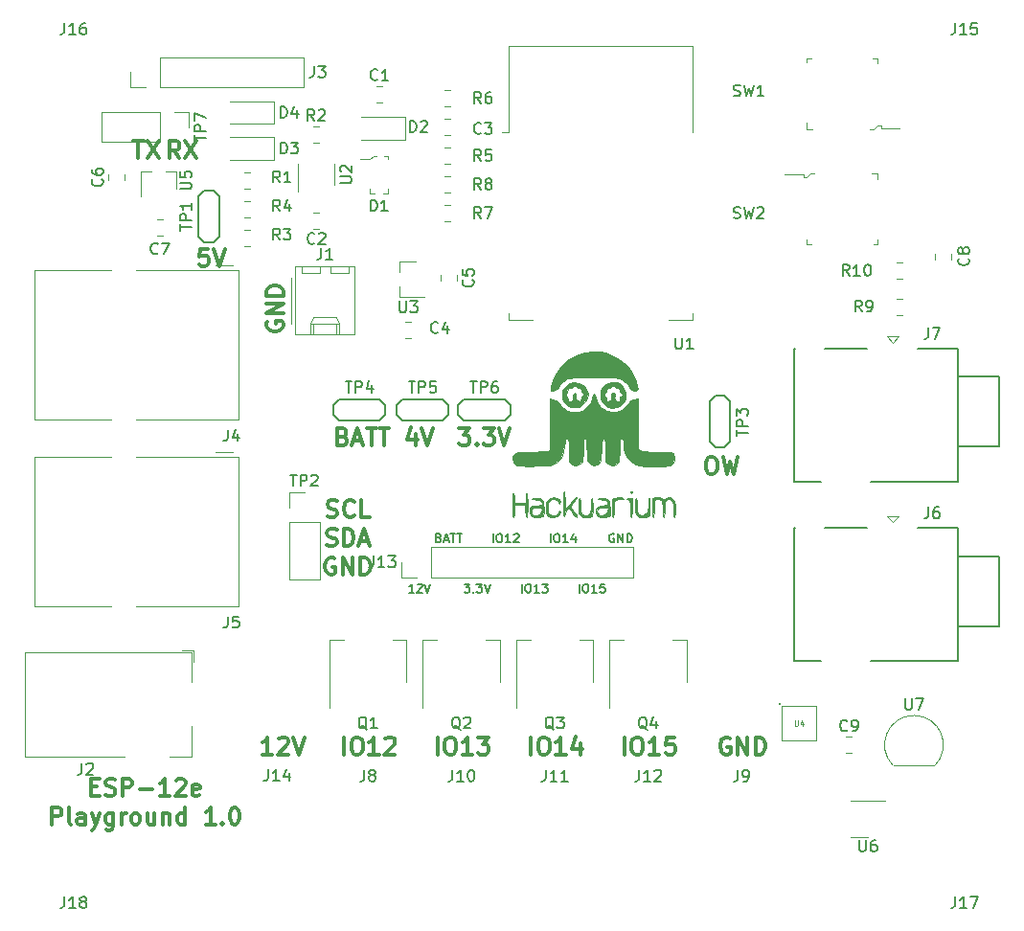
<source format=gbr>
G04 #@! TF.GenerationSoftware,KiCad,Pcbnew,5.0.2-1.fc29*
G04 #@! TF.CreationDate,2019-01-19T22:33:50+01:00*
G04 #@! TF.ProjectId,esp32,65737038-3236-4362-9e6b-696361645f70,rev?*
G04 #@! TF.SameCoordinates,Original*
G04 #@! TF.FileFunction,Legend,Top*
G04 #@! TF.FilePolarity,Positive*
%FSLAX46Y46*%
G04 Gerber Fmt 4.6, Leading zero omitted, Abs format (unit mm)*
G04 Created by KiCad (PCBNEW 5.0.2-1.fc29) date Sat 19 Jan 2019 10:33:50 PM CET*
%MOMM*%
%LPD*%
G01*
G04 APERTURE LIST*
%ADD10C,0.300000*%
%ADD11C,0.152400*%
%ADD12C,0.120000*%
%ADD13C,0.150000*%
%ADD14C,0.100000*%
%ADD15C,0.050000*%
%ADD16C,0.010000*%
G04 APERTURE END LIST*
D10*
X98310000Y-86867857D02*
X98238571Y-87010714D01*
X98238571Y-87225000D01*
X98310000Y-87439285D01*
X98452857Y-87582142D01*
X98595714Y-87653571D01*
X98881428Y-87725000D01*
X99095714Y-87725000D01*
X99381428Y-87653571D01*
X99524285Y-87582142D01*
X99667142Y-87439285D01*
X99738571Y-87225000D01*
X99738571Y-87082142D01*
X99667142Y-86867857D01*
X99595714Y-86796428D01*
X99095714Y-86796428D01*
X99095714Y-87082142D01*
X99738571Y-86153571D02*
X98238571Y-86153571D01*
X99738571Y-85296428D01*
X98238571Y-85296428D01*
X99738571Y-84582142D02*
X98238571Y-84582142D01*
X98238571Y-84225000D01*
X98310000Y-84010714D01*
X98452857Y-83867857D01*
X98595714Y-83796428D01*
X98881428Y-83725000D01*
X99095714Y-83725000D01*
X99381428Y-83796428D01*
X99524285Y-83867857D01*
X99667142Y-84010714D01*
X99738571Y-84225000D01*
X99738571Y-84582142D01*
D11*
X128959428Y-105664000D02*
X128886857Y-105627714D01*
X128778000Y-105627714D01*
X128669142Y-105664000D01*
X128596571Y-105736571D01*
X128560285Y-105809142D01*
X128524000Y-105954285D01*
X128524000Y-106063142D01*
X128560285Y-106208285D01*
X128596571Y-106280857D01*
X128669142Y-106353428D01*
X128778000Y-106389714D01*
X128850571Y-106389714D01*
X128959428Y-106353428D01*
X128995714Y-106317142D01*
X128995714Y-106063142D01*
X128850571Y-106063142D01*
X129322285Y-106389714D02*
X129322285Y-105627714D01*
X129757714Y-106389714D01*
X129757714Y-105627714D01*
X130120571Y-106389714D02*
X130120571Y-105627714D01*
X130302000Y-105627714D01*
X130410857Y-105664000D01*
X130483428Y-105736571D01*
X130519714Y-105809142D01*
X130556000Y-105954285D01*
X130556000Y-106063142D01*
X130519714Y-106208285D01*
X130483428Y-106280857D01*
X130410857Y-106353428D01*
X130302000Y-106389714D01*
X130120571Y-106389714D01*
X125875142Y-110834714D02*
X125875142Y-110072714D01*
X126383142Y-110072714D02*
X126528285Y-110072714D01*
X126600857Y-110109000D01*
X126673428Y-110181571D01*
X126709714Y-110326714D01*
X126709714Y-110580714D01*
X126673428Y-110725857D01*
X126600857Y-110798428D01*
X126528285Y-110834714D01*
X126383142Y-110834714D01*
X126310571Y-110798428D01*
X126238000Y-110725857D01*
X126201714Y-110580714D01*
X126201714Y-110326714D01*
X126238000Y-110181571D01*
X126310571Y-110109000D01*
X126383142Y-110072714D01*
X127435428Y-110834714D02*
X127000000Y-110834714D01*
X127217714Y-110834714D02*
X127217714Y-110072714D01*
X127145142Y-110181571D01*
X127072571Y-110254142D01*
X127000000Y-110290428D01*
X128124857Y-110072714D02*
X127762000Y-110072714D01*
X127725714Y-110435571D01*
X127762000Y-110399285D01*
X127834571Y-110363000D01*
X128016000Y-110363000D01*
X128088571Y-110399285D01*
X128124857Y-110435571D01*
X128161142Y-110508142D01*
X128161142Y-110689571D01*
X128124857Y-110762142D01*
X128088571Y-110798428D01*
X128016000Y-110834714D01*
X127834571Y-110834714D01*
X127762000Y-110798428D01*
X127725714Y-110762142D01*
X123335142Y-106389714D02*
X123335142Y-105627714D01*
X123843142Y-105627714D02*
X123988285Y-105627714D01*
X124060857Y-105664000D01*
X124133428Y-105736571D01*
X124169714Y-105881714D01*
X124169714Y-106135714D01*
X124133428Y-106280857D01*
X124060857Y-106353428D01*
X123988285Y-106389714D01*
X123843142Y-106389714D01*
X123770571Y-106353428D01*
X123698000Y-106280857D01*
X123661714Y-106135714D01*
X123661714Y-105881714D01*
X123698000Y-105736571D01*
X123770571Y-105664000D01*
X123843142Y-105627714D01*
X124895428Y-106389714D02*
X124460000Y-106389714D01*
X124677714Y-106389714D02*
X124677714Y-105627714D01*
X124605142Y-105736571D01*
X124532571Y-105809142D01*
X124460000Y-105845428D01*
X125548571Y-105881714D02*
X125548571Y-106389714D01*
X125367142Y-105591428D02*
X125185714Y-106135714D01*
X125657428Y-106135714D01*
X120795142Y-110834714D02*
X120795142Y-110072714D01*
X121303142Y-110072714D02*
X121448285Y-110072714D01*
X121520857Y-110109000D01*
X121593428Y-110181571D01*
X121629714Y-110326714D01*
X121629714Y-110580714D01*
X121593428Y-110725857D01*
X121520857Y-110798428D01*
X121448285Y-110834714D01*
X121303142Y-110834714D01*
X121230571Y-110798428D01*
X121158000Y-110725857D01*
X121121714Y-110580714D01*
X121121714Y-110326714D01*
X121158000Y-110181571D01*
X121230571Y-110109000D01*
X121303142Y-110072714D01*
X122355428Y-110834714D02*
X121920000Y-110834714D01*
X122137714Y-110834714D02*
X122137714Y-110072714D01*
X122065142Y-110181571D01*
X121992571Y-110254142D01*
X121920000Y-110290428D01*
X122609428Y-110072714D02*
X123081142Y-110072714D01*
X122827142Y-110363000D01*
X122936000Y-110363000D01*
X123008571Y-110399285D01*
X123044857Y-110435571D01*
X123081142Y-110508142D01*
X123081142Y-110689571D01*
X123044857Y-110762142D01*
X123008571Y-110798428D01*
X122936000Y-110834714D01*
X122718285Y-110834714D01*
X122645714Y-110798428D01*
X122609428Y-110762142D01*
X118255142Y-106389714D02*
X118255142Y-105627714D01*
X118763142Y-105627714D02*
X118908285Y-105627714D01*
X118980857Y-105664000D01*
X119053428Y-105736571D01*
X119089714Y-105881714D01*
X119089714Y-106135714D01*
X119053428Y-106280857D01*
X118980857Y-106353428D01*
X118908285Y-106389714D01*
X118763142Y-106389714D01*
X118690571Y-106353428D01*
X118618000Y-106280857D01*
X118581714Y-106135714D01*
X118581714Y-105881714D01*
X118618000Y-105736571D01*
X118690571Y-105664000D01*
X118763142Y-105627714D01*
X119815428Y-106389714D02*
X119380000Y-106389714D01*
X119597714Y-106389714D02*
X119597714Y-105627714D01*
X119525142Y-105736571D01*
X119452571Y-105809142D01*
X119380000Y-105845428D01*
X120105714Y-105700285D02*
X120142000Y-105664000D01*
X120214571Y-105627714D01*
X120396000Y-105627714D01*
X120468571Y-105664000D01*
X120504857Y-105700285D01*
X120541142Y-105772857D01*
X120541142Y-105845428D01*
X120504857Y-105954285D01*
X120069428Y-106389714D01*
X120541142Y-106389714D01*
X115715142Y-110072714D02*
X116186857Y-110072714D01*
X115932857Y-110363000D01*
X116041714Y-110363000D01*
X116114285Y-110399285D01*
X116150571Y-110435571D01*
X116186857Y-110508142D01*
X116186857Y-110689571D01*
X116150571Y-110762142D01*
X116114285Y-110798428D01*
X116041714Y-110834714D01*
X115824000Y-110834714D01*
X115751428Y-110798428D01*
X115715142Y-110762142D01*
X116513428Y-110762142D02*
X116549714Y-110798428D01*
X116513428Y-110834714D01*
X116477142Y-110798428D01*
X116513428Y-110762142D01*
X116513428Y-110834714D01*
X116803714Y-110072714D02*
X117275428Y-110072714D01*
X117021428Y-110363000D01*
X117130285Y-110363000D01*
X117202857Y-110399285D01*
X117239142Y-110435571D01*
X117275428Y-110508142D01*
X117275428Y-110689571D01*
X117239142Y-110762142D01*
X117202857Y-110798428D01*
X117130285Y-110834714D01*
X116912571Y-110834714D01*
X116840000Y-110798428D01*
X116803714Y-110762142D01*
X117493142Y-110072714D02*
X117747142Y-110834714D01*
X118001142Y-110072714D01*
X113447285Y-105990571D02*
X113556142Y-106026857D01*
X113592428Y-106063142D01*
X113628714Y-106135714D01*
X113628714Y-106244571D01*
X113592428Y-106317142D01*
X113556142Y-106353428D01*
X113483571Y-106389714D01*
X113193285Y-106389714D01*
X113193285Y-105627714D01*
X113447285Y-105627714D01*
X113519857Y-105664000D01*
X113556142Y-105700285D01*
X113592428Y-105772857D01*
X113592428Y-105845428D01*
X113556142Y-105918000D01*
X113519857Y-105954285D01*
X113447285Y-105990571D01*
X113193285Y-105990571D01*
X113919000Y-106172000D02*
X114281857Y-106172000D01*
X113846428Y-106389714D02*
X114100428Y-105627714D01*
X114354428Y-106389714D01*
X114499571Y-105627714D02*
X114935000Y-105627714D01*
X114717285Y-106389714D02*
X114717285Y-105627714D01*
X115080142Y-105627714D02*
X115515571Y-105627714D01*
X115297857Y-106389714D02*
X115297857Y-105627714D01*
X111288285Y-110834714D02*
X110852857Y-110834714D01*
X111070571Y-110834714D02*
X111070571Y-110072714D01*
X110998000Y-110181571D01*
X110925428Y-110254142D01*
X110852857Y-110290428D01*
X111578571Y-110145285D02*
X111614857Y-110109000D01*
X111687428Y-110072714D01*
X111868857Y-110072714D01*
X111941428Y-110109000D01*
X111977714Y-110145285D01*
X112014000Y-110217857D01*
X112014000Y-110290428D01*
X111977714Y-110399285D01*
X111542285Y-110834714D01*
X112014000Y-110834714D01*
X112231714Y-110072714D02*
X112485714Y-110834714D01*
X112739714Y-110072714D01*
D10*
X93059285Y-80458571D02*
X92345000Y-80458571D01*
X92273571Y-81172857D01*
X92345000Y-81101428D01*
X92487857Y-81030000D01*
X92845000Y-81030000D01*
X92987857Y-81101428D01*
X93059285Y-81172857D01*
X93130714Y-81315714D01*
X93130714Y-81672857D01*
X93059285Y-81815714D01*
X92987857Y-81887142D01*
X92845000Y-81958571D01*
X92487857Y-81958571D01*
X92345000Y-81887142D01*
X92273571Y-81815714D01*
X93559285Y-80458571D02*
X94059285Y-81958571D01*
X94559285Y-80458571D01*
X137430000Y-98873571D02*
X137715714Y-98873571D01*
X137858571Y-98945000D01*
X138001428Y-99087857D01*
X138072857Y-99373571D01*
X138072857Y-99873571D01*
X138001428Y-100159285D01*
X137858571Y-100302142D01*
X137715714Y-100373571D01*
X137430000Y-100373571D01*
X137287142Y-100302142D01*
X137144285Y-100159285D01*
X137072857Y-99873571D01*
X137072857Y-99373571D01*
X137144285Y-99087857D01*
X137287142Y-98945000D01*
X137430000Y-98873571D01*
X138572857Y-98873571D02*
X138930000Y-100373571D01*
X139215714Y-99302142D01*
X139501428Y-100373571D01*
X139858571Y-98873571D01*
X104267142Y-107835000D02*
X104124285Y-107763571D01*
X103910000Y-107763571D01*
X103695714Y-107835000D01*
X103552857Y-107977857D01*
X103481428Y-108120714D01*
X103410000Y-108406428D01*
X103410000Y-108620714D01*
X103481428Y-108906428D01*
X103552857Y-109049285D01*
X103695714Y-109192142D01*
X103910000Y-109263571D01*
X104052857Y-109263571D01*
X104267142Y-109192142D01*
X104338571Y-109120714D01*
X104338571Y-108620714D01*
X104052857Y-108620714D01*
X104981428Y-109263571D02*
X104981428Y-107763571D01*
X105838571Y-109263571D01*
X105838571Y-107763571D01*
X106552857Y-109263571D02*
X106552857Y-107763571D01*
X106910000Y-107763571D01*
X107124285Y-107835000D01*
X107267142Y-107977857D01*
X107338571Y-108120714D01*
X107410000Y-108406428D01*
X107410000Y-108620714D01*
X107338571Y-108906428D01*
X107267142Y-109049285D01*
X107124285Y-109192142D01*
X106910000Y-109263571D01*
X106552857Y-109263571D01*
X103588571Y-106652142D02*
X103802857Y-106723571D01*
X104160000Y-106723571D01*
X104302857Y-106652142D01*
X104374285Y-106580714D01*
X104445714Y-106437857D01*
X104445714Y-106295000D01*
X104374285Y-106152142D01*
X104302857Y-106080714D01*
X104160000Y-106009285D01*
X103874285Y-105937857D01*
X103731428Y-105866428D01*
X103660000Y-105795000D01*
X103588571Y-105652142D01*
X103588571Y-105509285D01*
X103660000Y-105366428D01*
X103731428Y-105295000D01*
X103874285Y-105223571D01*
X104231428Y-105223571D01*
X104445714Y-105295000D01*
X105088571Y-106723571D02*
X105088571Y-105223571D01*
X105445714Y-105223571D01*
X105660000Y-105295000D01*
X105802857Y-105437857D01*
X105874285Y-105580714D01*
X105945714Y-105866428D01*
X105945714Y-106080714D01*
X105874285Y-106366428D01*
X105802857Y-106509285D01*
X105660000Y-106652142D01*
X105445714Y-106723571D01*
X105088571Y-106723571D01*
X106517142Y-106295000D02*
X107231428Y-106295000D01*
X106374285Y-106723571D02*
X106874285Y-105223571D01*
X107374285Y-106723571D01*
X103624285Y-104112142D02*
X103838571Y-104183571D01*
X104195714Y-104183571D01*
X104338571Y-104112142D01*
X104410000Y-104040714D01*
X104481428Y-103897857D01*
X104481428Y-103755000D01*
X104410000Y-103612142D01*
X104338571Y-103540714D01*
X104195714Y-103469285D01*
X103910000Y-103397857D01*
X103767142Y-103326428D01*
X103695714Y-103255000D01*
X103624285Y-103112142D01*
X103624285Y-102969285D01*
X103695714Y-102826428D01*
X103767142Y-102755000D01*
X103910000Y-102683571D01*
X104267142Y-102683571D01*
X104481428Y-102755000D01*
X105981428Y-104040714D02*
X105910000Y-104112142D01*
X105695714Y-104183571D01*
X105552857Y-104183571D01*
X105338571Y-104112142D01*
X105195714Y-103969285D01*
X105124285Y-103826428D01*
X105052857Y-103540714D01*
X105052857Y-103326428D01*
X105124285Y-103040714D01*
X105195714Y-102897857D01*
X105338571Y-102755000D01*
X105552857Y-102683571D01*
X105695714Y-102683571D01*
X105910000Y-102755000D01*
X105981428Y-102826428D01*
X107338571Y-104183571D02*
X106624285Y-104183571D01*
X106624285Y-102683571D01*
X90555000Y-72433571D02*
X90055000Y-71719285D01*
X89697857Y-72433571D02*
X89697857Y-70933571D01*
X90269285Y-70933571D01*
X90412142Y-71005000D01*
X90483571Y-71076428D01*
X90555000Y-71219285D01*
X90555000Y-71433571D01*
X90483571Y-71576428D01*
X90412142Y-71647857D01*
X90269285Y-71719285D01*
X89697857Y-71719285D01*
X91055000Y-70933571D02*
X92055000Y-72433571D01*
X92055000Y-70933571D02*
X91055000Y-72433571D01*
X86487142Y-70933571D02*
X87344285Y-70933571D01*
X86915714Y-72433571D02*
X86915714Y-70933571D01*
X87701428Y-70933571D02*
X88701428Y-72433571D01*
X88701428Y-70933571D02*
X87701428Y-72433571D01*
X111402857Y-96833571D02*
X111402857Y-97833571D01*
X111045714Y-96262142D02*
X110688571Y-97333571D01*
X111617142Y-97333571D01*
X111974285Y-96333571D02*
X112474285Y-97833571D01*
X112974285Y-96333571D01*
X115260714Y-96333571D02*
X116189285Y-96333571D01*
X115689285Y-96905000D01*
X115903571Y-96905000D01*
X116046428Y-96976428D01*
X116117857Y-97047857D01*
X116189285Y-97190714D01*
X116189285Y-97547857D01*
X116117857Y-97690714D01*
X116046428Y-97762142D01*
X115903571Y-97833571D01*
X115475000Y-97833571D01*
X115332142Y-97762142D01*
X115260714Y-97690714D01*
X116832142Y-97690714D02*
X116903571Y-97762142D01*
X116832142Y-97833571D01*
X116760714Y-97762142D01*
X116832142Y-97690714D01*
X116832142Y-97833571D01*
X117403571Y-96333571D02*
X118332142Y-96333571D01*
X117832142Y-96905000D01*
X118046428Y-96905000D01*
X118189285Y-96976428D01*
X118260714Y-97047857D01*
X118332142Y-97190714D01*
X118332142Y-97547857D01*
X118260714Y-97690714D01*
X118189285Y-97762142D01*
X118046428Y-97833571D01*
X117617857Y-97833571D01*
X117475000Y-97762142D01*
X117403571Y-97690714D01*
X118760714Y-96333571D02*
X119260714Y-97833571D01*
X119760714Y-96333571D01*
X105001428Y-97047857D02*
X105215714Y-97119285D01*
X105287142Y-97190714D01*
X105358571Y-97333571D01*
X105358571Y-97547857D01*
X105287142Y-97690714D01*
X105215714Y-97762142D01*
X105072857Y-97833571D01*
X104501428Y-97833571D01*
X104501428Y-96333571D01*
X105001428Y-96333571D01*
X105144285Y-96405000D01*
X105215714Y-96476428D01*
X105287142Y-96619285D01*
X105287142Y-96762142D01*
X105215714Y-96905000D01*
X105144285Y-96976428D01*
X105001428Y-97047857D01*
X104501428Y-97047857D01*
X105930000Y-97405000D02*
X106644285Y-97405000D01*
X105787142Y-97833571D02*
X106287142Y-96333571D01*
X106787142Y-97833571D01*
X107072857Y-96333571D02*
X107930000Y-96333571D01*
X107501428Y-97833571D02*
X107501428Y-96333571D01*
X108215714Y-96333571D02*
X109072857Y-96333571D01*
X108644285Y-97833571D02*
X108644285Y-96333571D01*
X139192142Y-123710000D02*
X139049285Y-123638571D01*
X138835000Y-123638571D01*
X138620714Y-123710000D01*
X138477857Y-123852857D01*
X138406428Y-123995714D01*
X138335000Y-124281428D01*
X138335000Y-124495714D01*
X138406428Y-124781428D01*
X138477857Y-124924285D01*
X138620714Y-125067142D01*
X138835000Y-125138571D01*
X138977857Y-125138571D01*
X139192142Y-125067142D01*
X139263571Y-124995714D01*
X139263571Y-124495714D01*
X138977857Y-124495714D01*
X139906428Y-125138571D02*
X139906428Y-123638571D01*
X140763571Y-125138571D01*
X140763571Y-123638571D01*
X141477857Y-125138571D02*
X141477857Y-123638571D01*
X141835000Y-123638571D01*
X142049285Y-123710000D01*
X142192142Y-123852857D01*
X142263571Y-123995714D01*
X142335000Y-124281428D01*
X142335000Y-124495714D01*
X142263571Y-124781428D01*
X142192142Y-124924285D01*
X142049285Y-125067142D01*
X141835000Y-125138571D01*
X141477857Y-125138571D01*
X129865714Y-125138571D02*
X129865714Y-123638571D01*
X130865714Y-123638571D02*
X131151428Y-123638571D01*
X131294285Y-123710000D01*
X131437142Y-123852857D01*
X131508571Y-124138571D01*
X131508571Y-124638571D01*
X131437142Y-124924285D01*
X131294285Y-125067142D01*
X131151428Y-125138571D01*
X130865714Y-125138571D01*
X130722857Y-125067142D01*
X130580000Y-124924285D01*
X130508571Y-124638571D01*
X130508571Y-124138571D01*
X130580000Y-123852857D01*
X130722857Y-123710000D01*
X130865714Y-123638571D01*
X132937142Y-125138571D02*
X132080000Y-125138571D01*
X132508571Y-125138571D02*
X132508571Y-123638571D01*
X132365714Y-123852857D01*
X132222857Y-123995714D01*
X132080000Y-124067142D01*
X134294285Y-123638571D02*
X133580000Y-123638571D01*
X133508571Y-124352857D01*
X133580000Y-124281428D01*
X133722857Y-124210000D01*
X134080000Y-124210000D01*
X134222857Y-124281428D01*
X134294285Y-124352857D01*
X134365714Y-124495714D01*
X134365714Y-124852857D01*
X134294285Y-124995714D01*
X134222857Y-125067142D01*
X134080000Y-125138571D01*
X133722857Y-125138571D01*
X133580000Y-125067142D01*
X133508571Y-124995714D01*
X121610714Y-125138571D02*
X121610714Y-123638571D01*
X122610714Y-123638571D02*
X122896428Y-123638571D01*
X123039285Y-123710000D01*
X123182142Y-123852857D01*
X123253571Y-124138571D01*
X123253571Y-124638571D01*
X123182142Y-124924285D01*
X123039285Y-125067142D01*
X122896428Y-125138571D01*
X122610714Y-125138571D01*
X122467857Y-125067142D01*
X122325000Y-124924285D01*
X122253571Y-124638571D01*
X122253571Y-124138571D01*
X122325000Y-123852857D01*
X122467857Y-123710000D01*
X122610714Y-123638571D01*
X124682142Y-125138571D02*
X123825000Y-125138571D01*
X124253571Y-125138571D02*
X124253571Y-123638571D01*
X124110714Y-123852857D01*
X123967857Y-123995714D01*
X123825000Y-124067142D01*
X125967857Y-124138571D02*
X125967857Y-125138571D01*
X125610714Y-123567142D02*
X125253571Y-124638571D01*
X126182142Y-124638571D01*
X113355714Y-125138571D02*
X113355714Y-123638571D01*
X114355714Y-123638571D02*
X114641428Y-123638571D01*
X114784285Y-123710000D01*
X114927142Y-123852857D01*
X114998571Y-124138571D01*
X114998571Y-124638571D01*
X114927142Y-124924285D01*
X114784285Y-125067142D01*
X114641428Y-125138571D01*
X114355714Y-125138571D01*
X114212857Y-125067142D01*
X114070000Y-124924285D01*
X113998571Y-124638571D01*
X113998571Y-124138571D01*
X114070000Y-123852857D01*
X114212857Y-123710000D01*
X114355714Y-123638571D01*
X116427142Y-125138571D02*
X115570000Y-125138571D01*
X115998571Y-125138571D02*
X115998571Y-123638571D01*
X115855714Y-123852857D01*
X115712857Y-123995714D01*
X115570000Y-124067142D01*
X116927142Y-123638571D02*
X117855714Y-123638571D01*
X117355714Y-124210000D01*
X117570000Y-124210000D01*
X117712857Y-124281428D01*
X117784285Y-124352857D01*
X117855714Y-124495714D01*
X117855714Y-124852857D01*
X117784285Y-124995714D01*
X117712857Y-125067142D01*
X117570000Y-125138571D01*
X117141428Y-125138571D01*
X116998571Y-125067142D01*
X116927142Y-124995714D01*
X105100714Y-125138571D02*
X105100714Y-123638571D01*
X106100714Y-123638571D02*
X106386428Y-123638571D01*
X106529285Y-123710000D01*
X106672142Y-123852857D01*
X106743571Y-124138571D01*
X106743571Y-124638571D01*
X106672142Y-124924285D01*
X106529285Y-125067142D01*
X106386428Y-125138571D01*
X106100714Y-125138571D01*
X105957857Y-125067142D01*
X105815000Y-124924285D01*
X105743571Y-124638571D01*
X105743571Y-124138571D01*
X105815000Y-123852857D01*
X105957857Y-123710000D01*
X106100714Y-123638571D01*
X108172142Y-125138571D02*
X107315000Y-125138571D01*
X107743571Y-125138571D02*
X107743571Y-123638571D01*
X107600714Y-123852857D01*
X107457857Y-123995714D01*
X107315000Y-124067142D01*
X108743571Y-123781428D02*
X108815000Y-123710000D01*
X108957857Y-123638571D01*
X109315000Y-123638571D01*
X109457857Y-123710000D01*
X109529285Y-123781428D01*
X109600714Y-123924285D01*
X109600714Y-124067142D01*
X109529285Y-124281428D01*
X108672142Y-125138571D01*
X109600714Y-125138571D01*
X98766428Y-125138571D02*
X97909285Y-125138571D01*
X98337857Y-125138571D02*
X98337857Y-123638571D01*
X98195000Y-123852857D01*
X98052142Y-123995714D01*
X97909285Y-124067142D01*
X99337857Y-123781428D02*
X99409285Y-123710000D01*
X99552142Y-123638571D01*
X99909285Y-123638571D01*
X100052142Y-123710000D01*
X100123571Y-123781428D01*
X100195000Y-123924285D01*
X100195000Y-124067142D01*
X100123571Y-124281428D01*
X99266428Y-125138571D01*
X100195000Y-125138571D01*
X100623571Y-123638571D02*
X101123571Y-125138571D01*
X101623571Y-123638571D01*
X82739285Y-127997857D02*
X83239285Y-127997857D01*
X83453571Y-128783571D02*
X82739285Y-128783571D01*
X82739285Y-127283571D01*
X83453571Y-127283571D01*
X84025000Y-128712142D02*
X84239285Y-128783571D01*
X84596428Y-128783571D01*
X84739285Y-128712142D01*
X84810714Y-128640714D01*
X84882142Y-128497857D01*
X84882142Y-128355000D01*
X84810714Y-128212142D01*
X84739285Y-128140714D01*
X84596428Y-128069285D01*
X84310714Y-127997857D01*
X84167857Y-127926428D01*
X84096428Y-127855000D01*
X84025000Y-127712142D01*
X84025000Y-127569285D01*
X84096428Y-127426428D01*
X84167857Y-127355000D01*
X84310714Y-127283571D01*
X84667857Y-127283571D01*
X84882142Y-127355000D01*
X85525000Y-128783571D02*
X85525000Y-127283571D01*
X86096428Y-127283571D01*
X86239285Y-127355000D01*
X86310714Y-127426428D01*
X86382142Y-127569285D01*
X86382142Y-127783571D01*
X86310714Y-127926428D01*
X86239285Y-127997857D01*
X86096428Y-128069285D01*
X85525000Y-128069285D01*
X87025000Y-128212142D02*
X88167857Y-128212142D01*
X89667857Y-128783571D02*
X88810714Y-128783571D01*
X89239285Y-128783571D02*
X89239285Y-127283571D01*
X89096428Y-127497857D01*
X88953571Y-127640714D01*
X88810714Y-127712142D01*
X90239285Y-127426428D02*
X90310714Y-127355000D01*
X90453571Y-127283571D01*
X90810714Y-127283571D01*
X90953571Y-127355000D01*
X91025000Y-127426428D01*
X91096428Y-127569285D01*
X91096428Y-127712142D01*
X91025000Y-127926428D01*
X90167857Y-128783571D01*
X91096428Y-128783571D01*
X92310714Y-128712142D02*
X92167857Y-128783571D01*
X91882142Y-128783571D01*
X91739285Y-128712142D01*
X91667857Y-128569285D01*
X91667857Y-127997857D01*
X91739285Y-127855000D01*
X91882142Y-127783571D01*
X92167857Y-127783571D01*
X92310714Y-127855000D01*
X92382142Y-127997857D01*
X92382142Y-128140714D01*
X91667857Y-128283571D01*
X79275000Y-131333571D02*
X79275000Y-129833571D01*
X79846428Y-129833571D01*
X79989285Y-129905000D01*
X80060714Y-129976428D01*
X80132142Y-130119285D01*
X80132142Y-130333571D01*
X80060714Y-130476428D01*
X79989285Y-130547857D01*
X79846428Y-130619285D01*
X79275000Y-130619285D01*
X80989285Y-131333571D02*
X80846428Y-131262142D01*
X80775000Y-131119285D01*
X80775000Y-129833571D01*
X82203571Y-131333571D02*
X82203571Y-130547857D01*
X82132142Y-130405000D01*
X81989285Y-130333571D01*
X81703571Y-130333571D01*
X81560714Y-130405000D01*
X82203571Y-131262142D02*
X82060714Y-131333571D01*
X81703571Y-131333571D01*
X81560714Y-131262142D01*
X81489285Y-131119285D01*
X81489285Y-130976428D01*
X81560714Y-130833571D01*
X81703571Y-130762142D01*
X82060714Y-130762142D01*
X82203571Y-130690714D01*
X82775000Y-130333571D02*
X83132142Y-131333571D01*
X83489285Y-130333571D02*
X83132142Y-131333571D01*
X82989285Y-131690714D01*
X82917857Y-131762142D01*
X82775000Y-131833571D01*
X84703571Y-130333571D02*
X84703571Y-131547857D01*
X84632142Y-131690714D01*
X84560714Y-131762142D01*
X84417857Y-131833571D01*
X84203571Y-131833571D01*
X84060714Y-131762142D01*
X84703571Y-131262142D02*
X84560714Y-131333571D01*
X84275000Y-131333571D01*
X84132142Y-131262142D01*
X84060714Y-131190714D01*
X83989285Y-131047857D01*
X83989285Y-130619285D01*
X84060714Y-130476428D01*
X84132142Y-130405000D01*
X84275000Y-130333571D01*
X84560714Y-130333571D01*
X84703571Y-130405000D01*
X85417857Y-131333571D02*
X85417857Y-130333571D01*
X85417857Y-130619285D02*
X85489285Y-130476428D01*
X85560714Y-130405000D01*
X85703571Y-130333571D01*
X85846428Y-130333571D01*
X86560714Y-131333571D02*
X86417857Y-131262142D01*
X86346428Y-131190714D01*
X86275000Y-131047857D01*
X86275000Y-130619285D01*
X86346428Y-130476428D01*
X86417857Y-130405000D01*
X86560714Y-130333571D01*
X86775000Y-130333571D01*
X86917857Y-130405000D01*
X86989285Y-130476428D01*
X87060714Y-130619285D01*
X87060714Y-131047857D01*
X86989285Y-131190714D01*
X86917857Y-131262142D01*
X86775000Y-131333571D01*
X86560714Y-131333571D01*
X88346428Y-130333571D02*
X88346428Y-131333571D01*
X87703571Y-130333571D02*
X87703571Y-131119285D01*
X87775000Y-131262142D01*
X87917857Y-131333571D01*
X88132142Y-131333571D01*
X88275000Y-131262142D01*
X88346428Y-131190714D01*
X89060714Y-130333571D02*
X89060714Y-131333571D01*
X89060714Y-130476428D02*
X89132142Y-130405000D01*
X89275000Y-130333571D01*
X89489285Y-130333571D01*
X89632142Y-130405000D01*
X89703571Y-130547857D01*
X89703571Y-131333571D01*
X91060714Y-131333571D02*
X91060714Y-129833571D01*
X91060714Y-131262142D02*
X90917857Y-131333571D01*
X90632142Y-131333571D01*
X90489285Y-131262142D01*
X90417857Y-131190714D01*
X90346428Y-131047857D01*
X90346428Y-130619285D01*
X90417857Y-130476428D01*
X90489285Y-130405000D01*
X90632142Y-130333571D01*
X90917857Y-130333571D01*
X91060714Y-130405000D01*
X93703571Y-131333571D02*
X92846428Y-131333571D01*
X93275000Y-131333571D02*
X93275000Y-129833571D01*
X93132142Y-130047857D01*
X92989285Y-130190714D01*
X92846428Y-130262142D01*
X94346428Y-131190714D02*
X94417857Y-131262142D01*
X94346428Y-131333571D01*
X94275000Y-131262142D01*
X94346428Y-131190714D01*
X94346428Y-131333571D01*
X95346428Y-129833571D02*
X95489285Y-129833571D01*
X95632142Y-129905000D01*
X95703571Y-129976428D01*
X95775000Y-130119285D01*
X95846428Y-130405000D01*
X95846428Y-130762142D01*
X95775000Y-131047857D01*
X95703571Y-131190714D01*
X95632142Y-131262142D01*
X95489285Y-131333571D01*
X95346428Y-131333571D01*
X95203571Y-131262142D01*
X95132142Y-131190714D01*
X95060714Y-131047857D01*
X94989285Y-130762142D01*
X94989285Y-130405000D01*
X95060714Y-130119285D01*
X95132142Y-129976428D01*
X95203571Y-129905000D01*
X95346428Y-129833571D01*
D12*
G04 #@! TO.C,C9*
X149463749Y-125010000D02*
X149986253Y-125010000D01*
X149463749Y-123590000D02*
X149986253Y-123590000D01*
G04 #@! TO.C,C8*
X158720000Y-81381252D02*
X158720000Y-80858748D01*
X157300000Y-81381252D02*
X157300000Y-80858748D01*
G04 #@! TO.C,TP7*
X91395000Y-68360000D02*
X91395000Y-69690000D01*
X90065000Y-68360000D02*
X91395000Y-68360000D01*
X88795000Y-68360000D02*
X88795000Y-71020000D01*
X88795000Y-71020000D02*
X83655000Y-71020000D01*
X88795000Y-68360000D02*
X83655000Y-68360000D01*
X83655000Y-68360000D02*
X83655000Y-71020000D01*
G04 #@! TO.C,TP2*
X100270000Y-101970000D02*
X101600000Y-101970000D01*
X100270000Y-103300000D02*
X100270000Y-101970000D01*
X100270000Y-104570000D02*
X102930000Y-104570000D01*
X102930000Y-104570000D02*
X102930000Y-109710000D01*
X100270000Y-104570000D02*
X100270000Y-109710000D01*
X100270000Y-109710000D02*
X102930000Y-109710000D01*
D13*
G04 #@! TO.C,TP5*
X109736000Y-94309000D02*
X110236000Y-93809000D01*
X109736000Y-95109000D02*
X109736000Y-94309000D01*
X110236000Y-95609000D02*
X109736000Y-95109000D01*
X113836000Y-95609000D02*
X110236000Y-95609000D01*
X114336000Y-95109000D02*
X113836000Y-95609000D01*
X114336000Y-94309000D02*
X114336000Y-95109000D01*
X113836000Y-93809000D02*
X114336000Y-94309000D01*
X110236000Y-93809000D02*
X113836000Y-93809000D01*
G04 #@! TO.C,TP6*
X115197000Y-94309000D02*
X115697000Y-93809000D01*
X115197000Y-95109000D02*
X115197000Y-94309000D01*
X115697000Y-95609000D02*
X115197000Y-95109000D01*
X119297000Y-95609000D02*
X115697000Y-95609000D01*
X119797000Y-95109000D02*
X119297000Y-95609000D01*
X119797000Y-94309000D02*
X119797000Y-95109000D01*
X119297000Y-93809000D02*
X119797000Y-94309000D01*
X115697000Y-93809000D02*
X119297000Y-93809000D01*
D12*
G04 #@! TO.C,J13*
X110198000Y-109482000D02*
X110198000Y-108152000D01*
X111528000Y-109482000D02*
X110198000Y-109482000D01*
X112798000Y-109482000D02*
X112798000Y-106822000D01*
X112798000Y-106822000D02*
X130638000Y-106822000D01*
X112798000Y-109482000D02*
X130638000Y-109482000D01*
X130638000Y-109482000D02*
X130638000Y-106822000D01*
D13*
G04 #@! TO.C,TP3*
X138725000Y-93425000D02*
X139225000Y-93925000D01*
X137925000Y-93425000D02*
X138725000Y-93425000D01*
X137425000Y-93925000D02*
X137925000Y-93425000D01*
X137425000Y-97525000D02*
X137425000Y-93925000D01*
X137925000Y-98025000D02*
X137425000Y-97525000D01*
X138725000Y-98025000D02*
X137925000Y-98025000D01*
X139225000Y-97525000D02*
X138725000Y-98025000D01*
X139225000Y-93925000D02*
X139225000Y-97525000D01*
G04 #@! TO.C,TP4*
X104148000Y-94309000D02*
X104648000Y-93809000D01*
X104148000Y-95109000D02*
X104148000Y-94309000D01*
X104648000Y-95609000D02*
X104148000Y-95109000D01*
X108248000Y-95609000D02*
X104648000Y-95609000D01*
X108748000Y-95109000D02*
X108248000Y-95609000D01*
X108748000Y-94309000D02*
X108748000Y-95109000D01*
X108248000Y-93809000D02*
X108748000Y-94309000D01*
X104648000Y-93809000D02*
X108248000Y-93809000D01*
D12*
G04 #@! TO.C,C1*
X107955748Y-67479000D02*
X108478252Y-67479000D01*
X107955748Y-66059000D02*
X108478252Y-66059000D01*
G04 #@! TO.C,Q2*
X112055000Y-121015000D02*
X112055000Y-115005000D01*
X118875000Y-118765000D02*
X118875000Y-115005000D01*
X112055000Y-115005000D02*
X113315000Y-115005000D01*
X118875000Y-115005000D02*
X117615000Y-115005000D01*
G04 #@! TO.C,Q3*
X120310000Y-121015000D02*
X120310000Y-115005000D01*
X127130000Y-118765000D02*
X127130000Y-115005000D01*
X120310000Y-115005000D02*
X121570000Y-115005000D01*
X127130000Y-115005000D02*
X125870000Y-115005000D01*
G04 #@! TO.C,Q4*
X128565000Y-121015000D02*
X128565000Y-115005000D01*
X135385000Y-118765000D02*
X135385000Y-115005000D01*
X128565000Y-115005000D02*
X129825000Y-115005000D01*
X135385000Y-115005000D02*
X134125000Y-115005000D01*
G04 #@! TO.C,Q1*
X103800000Y-121015000D02*
X103800000Y-115005000D01*
X110620000Y-118765000D02*
X110620000Y-115005000D01*
X103800000Y-115005000D02*
X105060000Y-115005000D01*
X110620000Y-115005000D02*
X109360000Y-115005000D01*
G04 #@! TO.C,U7*
X157308478Y-126138478D02*
G75*
G03X155470000Y-121700000I-1838478J1838478D01*
G01*
X153631522Y-126138478D02*
G75*
G02X155470000Y-121700000I1838478J1838478D01*
G01*
X153670000Y-126150000D02*
X157270000Y-126150000D01*
G04 #@! TO.C,C2*
X102908252Y-77235000D02*
X102385748Y-77235000D01*
X102908252Y-78655000D02*
X102385748Y-78655000D01*
G04 #@! TO.C,C3*
X114456252Y-68980000D02*
X113933748Y-68980000D01*
X114456252Y-70400000D02*
X113933748Y-70400000D01*
G04 #@! TO.C,C4*
X111027252Y-86887000D02*
X110504748Y-86887000D01*
X111027252Y-88307000D02*
X110504748Y-88307000D01*
G04 #@! TO.C,C5*
X115032000Y-83286252D02*
X115032000Y-82763748D01*
X113612000Y-83286252D02*
X113612000Y-82763748D01*
D14*
G04 #@! TO.C,D1*
X108975000Y-72231000D02*
X108975000Y-72531000D01*
X108600000Y-72231000D02*
X108975000Y-72231000D01*
X108975000Y-75531000D02*
X108525000Y-75531000D01*
X108975000Y-75231000D02*
X108975000Y-75531000D01*
X108975000Y-75306000D02*
X108975000Y-75181000D01*
X107325000Y-75531000D02*
X107325000Y-75181000D01*
X107800000Y-75531000D02*
X107325000Y-75531000D01*
X107325000Y-72556000D02*
X106550000Y-72556000D01*
X107325000Y-72506000D02*
X107325000Y-72556000D01*
X107700000Y-72231000D02*
X107325000Y-72506000D01*
X107975000Y-72231000D02*
X107700000Y-72231000D01*
D12*
G04 #@! TO.C,D2*
X110476000Y-70817000D02*
X106576000Y-70817000D01*
X110476000Y-68817000D02*
X106576000Y-68817000D01*
X110476000Y-70817000D02*
X110476000Y-68817000D01*
G04 #@! TO.C,J1*
X105470000Y-82627000D02*
X105470000Y-82027000D01*
X103870000Y-82627000D02*
X105470000Y-82627000D01*
X103870000Y-82027000D02*
X103870000Y-82627000D01*
X102930000Y-82627000D02*
X102930000Y-82027000D01*
X101330000Y-82627000D02*
X102930000Y-82627000D01*
X101330000Y-82027000D02*
X101330000Y-82627000D01*
X104420000Y-88047000D02*
X104420000Y-87047000D01*
X102380000Y-88047000D02*
X102380000Y-87047000D01*
X104420000Y-86517000D02*
X104670000Y-87047000D01*
X102380000Y-86517000D02*
X104420000Y-86517000D01*
X102130000Y-87047000D02*
X102380000Y-86517000D01*
X104670000Y-87047000D02*
X104670000Y-88047000D01*
X102130000Y-87047000D02*
X104670000Y-87047000D01*
X102130000Y-88047000D02*
X102130000Y-87047000D01*
X100460000Y-83057000D02*
X100460000Y-87057000D01*
X106050000Y-82027000D02*
X100750000Y-82027000D01*
X106050000Y-88047000D02*
X106050000Y-82027000D01*
X100750000Y-88047000D02*
X106050000Y-88047000D01*
X100750000Y-82027000D02*
X100750000Y-88047000D01*
G04 #@! TO.C,R1*
X96803252Y-73679000D02*
X96280748Y-73679000D01*
X96803252Y-75099000D02*
X96280748Y-75099000D01*
G04 #@! TO.C,R2*
X102376748Y-71035000D02*
X102899252Y-71035000D01*
X102376748Y-69615000D02*
X102899252Y-69615000D01*
G04 #@! TO.C,R3*
X96803252Y-78759000D02*
X96280748Y-78759000D01*
X96803252Y-80179000D02*
X96280748Y-80179000D01*
G04 #@! TO.C,R4*
X96280748Y-77639000D02*
X96803252Y-77639000D01*
X96280748Y-76219000D02*
X96803252Y-76219000D01*
G04 #@! TO.C,R5*
X113933748Y-72940000D02*
X114456252Y-72940000D01*
X113933748Y-71520000D02*
X114456252Y-71520000D01*
G04 #@! TO.C,R6*
X114456252Y-66440000D02*
X113933748Y-66440000D01*
X114456252Y-67860000D02*
X113933748Y-67860000D01*
G04 #@! TO.C,U2*
X101028000Y-72981000D02*
X101028000Y-75431000D01*
X104248000Y-74781000D02*
X104248000Y-72981000D01*
G04 #@! TO.C,U3*
X110006000Y-81553000D02*
X111466000Y-81553000D01*
X110006000Y-84713000D02*
X112166000Y-84713000D01*
X110006000Y-84713000D02*
X110006000Y-83783000D01*
X110006000Y-81553000D02*
X110006000Y-82483000D01*
G04 #@! TO.C,U1*
X119664000Y-70124000D02*
X119054000Y-70124000D01*
X119664000Y-70124000D02*
X119664000Y-62504000D01*
X119664000Y-86744000D02*
X119664000Y-86124000D01*
X121784000Y-86744000D02*
X119664000Y-86744000D01*
X135904000Y-86744000D02*
X133784000Y-86744000D01*
X135904000Y-86124000D02*
X135904000Y-86744000D01*
X135904000Y-62504000D02*
X135904000Y-70124000D01*
X119664000Y-62504000D02*
X135904000Y-62504000D01*
G04 #@! TO.C,J2*
X91600000Y-116125000D02*
X91600000Y-118725000D01*
X76900000Y-116125000D02*
X91600000Y-116125000D01*
X91600000Y-125325000D02*
X89700000Y-125325000D01*
X91600000Y-122625000D02*
X91600000Y-125325000D01*
X76900000Y-125325000D02*
X76900000Y-116125000D01*
X85700000Y-125325000D02*
X76900000Y-125325000D01*
X90750000Y-115925000D02*
X91800000Y-115925000D01*
X91800000Y-116975000D02*
X91800000Y-115925000D01*
G04 #@! TO.C,U6*
X152890000Y-129220000D02*
X149890000Y-129220000D01*
X151390000Y-132440000D02*
X149890000Y-132440000D01*
G04 #@! TO.C,J3*
X86195000Y-66175000D02*
X86195000Y-64845000D01*
X87525000Y-66175000D02*
X86195000Y-66175000D01*
X88795000Y-66175000D02*
X88795000Y-63515000D01*
X88795000Y-63515000D02*
X101555000Y-63515000D01*
X88795000Y-66175000D02*
X101555000Y-66175000D01*
X101555000Y-66175000D02*
X101555000Y-63515000D01*
G04 #@! TO.C,J4*
X95740000Y-82370000D02*
X95740000Y-95570000D01*
X95740000Y-95570000D02*
X86720000Y-95570000D01*
D14*
X77860000Y-95570000D02*
X77740000Y-95570000D01*
D12*
X77740000Y-95570000D02*
X84520000Y-95570000D01*
D14*
X77750000Y-95570000D02*
X77740000Y-95570000D01*
D12*
X77740000Y-95570000D02*
X77740000Y-82370000D01*
X77740000Y-82370000D02*
X84520000Y-82370000D01*
D14*
X86790000Y-82370000D02*
X86720000Y-82370000D01*
D12*
X86720000Y-82370000D02*
X95740000Y-82370000D01*
X93740000Y-81900000D02*
X95270000Y-81900000D01*
G04 #@! TO.C,J5*
X95740000Y-98880000D02*
X95740000Y-112080000D01*
X95740000Y-112080000D02*
X86720000Y-112080000D01*
D14*
X77860000Y-112080000D02*
X77740000Y-112080000D01*
D12*
X77740000Y-112080000D02*
X84520000Y-112080000D01*
D14*
X77750000Y-112080000D02*
X77740000Y-112080000D01*
D12*
X77740000Y-112080000D02*
X77740000Y-98880000D01*
X77740000Y-98880000D02*
X84520000Y-98880000D01*
D14*
X86790000Y-98880000D02*
X86720000Y-98880000D01*
D12*
X86720000Y-98880000D02*
X95740000Y-98880000D01*
X93740000Y-98410000D02*
X95270000Y-98410000D01*
G04 #@! TO.C,R7*
X113933748Y-78020000D02*
X114456252Y-78020000D01*
X113933748Y-76600000D02*
X114456252Y-76600000D01*
D14*
G04 #@! TO.C,SW1*
X145995000Y-63625000D02*
X146370000Y-63625000D01*
X145995000Y-64000000D02*
X145995000Y-63625000D01*
X152245000Y-63625000D02*
X152245000Y-64025000D01*
X151845000Y-63625000D02*
X152245000Y-63625000D01*
X145995000Y-69875000D02*
X146495000Y-69875000D01*
X145995000Y-69325000D02*
X145995000Y-69875000D01*
X152545000Y-69775000D02*
X154195000Y-69775000D01*
X152545000Y-69550000D02*
X152545000Y-69775000D01*
X152245000Y-69550000D02*
X152545000Y-69550000D01*
X151895000Y-69875000D02*
X152245000Y-69550000D01*
X151895000Y-69875000D02*
X151595000Y-69875000D01*
D13*
G04 #@! TO.C,TP1*
X92750000Y-79895000D02*
X92250000Y-79395000D01*
X93550000Y-79895000D02*
X92750000Y-79895000D01*
X94050000Y-79395000D02*
X93550000Y-79895000D01*
X94050000Y-75795000D02*
X94050000Y-79395000D01*
X93550000Y-75295000D02*
X94050000Y-75795000D01*
X92750000Y-75295000D02*
X93550000Y-75295000D01*
X92250000Y-75795000D02*
X92750000Y-75295000D01*
X92250000Y-79395000D02*
X92250000Y-75795000D01*
D12*
G04 #@! TO.C,C6*
X85695000Y-74396252D02*
X85695000Y-73873748D01*
X84275000Y-74396252D02*
X84275000Y-73873748D01*
G04 #@! TO.C,C7*
X88533748Y-79290000D02*
X89056252Y-79290000D01*
X88533748Y-77870000D02*
X89056252Y-77870000D01*
G04 #@! TO.C,D3*
X98919000Y-72595000D02*
X95019000Y-72595000D01*
X98919000Y-70595000D02*
X95019000Y-70595000D01*
X98919000Y-72595000D02*
X98919000Y-70595000D01*
G04 #@! TO.C,D4*
X98919000Y-69420000D02*
X95019000Y-69420000D01*
X98919000Y-67420000D02*
X95019000Y-67420000D01*
X98919000Y-69420000D02*
X98919000Y-67420000D01*
D13*
G04 #@! TO.C,J6*
X162965000Y-107620000D02*
X159365000Y-107620000D01*
X162965000Y-113820000D02*
X162965000Y-107620000D01*
X159365000Y-113820000D02*
X162965000Y-113820000D01*
X159365000Y-105120000D02*
X159365000Y-116920000D01*
X155815000Y-105120000D02*
X159365000Y-105120000D01*
X147565000Y-105120000D02*
X151315000Y-105120000D01*
X144865000Y-105120000D02*
X144965000Y-105120000D01*
X144865000Y-116920000D02*
X144865000Y-105120000D01*
X147265000Y-116920000D02*
X144865000Y-116920000D01*
X159365000Y-116920000D02*
X151615000Y-116920000D01*
D12*
X153565000Y-104620000D02*
X154065000Y-104070000D01*
X154065000Y-104070000D02*
X153065000Y-104070000D01*
X153065000Y-104070000D02*
X153565000Y-104620000D01*
D13*
G04 #@! TO.C,J7*
X162965000Y-91745000D02*
X159365000Y-91745000D01*
X162965000Y-97945000D02*
X162965000Y-91745000D01*
X159365000Y-97945000D02*
X162965000Y-97945000D01*
X159365000Y-89245000D02*
X159365000Y-101045000D01*
X155815000Y-89245000D02*
X159365000Y-89245000D01*
X147565000Y-89245000D02*
X151315000Y-89245000D01*
X144865000Y-89245000D02*
X144965000Y-89245000D01*
X144865000Y-101045000D02*
X144865000Y-89245000D01*
X147265000Y-101045000D02*
X144865000Y-101045000D01*
X159365000Y-101045000D02*
X151615000Y-101045000D01*
D12*
X153565000Y-88745000D02*
X154065000Y-88195000D01*
X154065000Y-88195000D02*
X153065000Y-88195000D01*
X153065000Y-88195000D02*
X153565000Y-88745000D01*
G04 #@! TO.C,R8*
X113933748Y-75480000D02*
X114456252Y-75480000D01*
X113933748Y-74060000D02*
X114456252Y-74060000D01*
G04 #@! TO.C,R9*
X154461252Y-84855000D02*
X153938748Y-84855000D01*
X154461252Y-86275000D02*
X153938748Y-86275000D01*
G04 #@! TO.C,R10*
X154461252Y-81680000D02*
X153938748Y-81680000D01*
X154461252Y-83100000D02*
X153938748Y-83100000D01*
D14*
G04 #@! TO.C,SW2*
X152245000Y-80035000D02*
X151870000Y-80035000D01*
X152245000Y-79660000D02*
X152245000Y-80035000D01*
X145995000Y-80035000D02*
X145995000Y-79635000D01*
X146395000Y-80035000D02*
X145995000Y-80035000D01*
X152245000Y-73785000D02*
X151745000Y-73785000D01*
X152245000Y-74335000D02*
X152245000Y-73785000D01*
X145695000Y-73885000D02*
X144045000Y-73885000D01*
X145695000Y-74110000D02*
X145695000Y-73885000D01*
X145995000Y-74110000D02*
X145695000Y-74110000D01*
X146345000Y-73785000D02*
X145995000Y-74110000D01*
X146345000Y-73785000D02*
X146645000Y-73785000D01*
D12*
G04 #@! TO.C,U5*
X90290000Y-73645000D02*
X90290000Y-75105000D01*
X87130000Y-73645000D02*
X87130000Y-75805000D01*
X87130000Y-73645000D02*
X88060000Y-73645000D01*
X90290000Y-73645000D02*
X89360000Y-73645000D01*
D15*
G04 #@! TO.C,U4*
X143810000Y-123895000D02*
X143810000Y-120895000D01*
X146810000Y-123895000D02*
X143810000Y-123895000D01*
X146810000Y-120895000D02*
X146810000Y-123895000D01*
X143810000Y-120895000D02*
X146810000Y-120895000D01*
X143710000Y-120695000D02*
G75*
G03X143710000Y-120695000I-100000J0D01*
G01*
D16*
G04 #@! TO.C,G\002A\002A\002A*
G36*
X127800047Y-89548852D02*
X128171799Y-89635442D01*
X128966301Y-89948703D01*
X129640793Y-90380700D01*
X130193605Y-90929856D01*
X130623070Y-91594596D01*
X130868746Y-92184495D01*
X130988903Y-92565338D01*
X131042417Y-92811852D01*
X131025582Y-92946913D01*
X130934689Y-92993396D01*
X130766032Y-92974177D01*
X130741625Y-92968820D01*
X130539177Y-92917163D01*
X130426833Y-92877026D01*
X130420604Y-92871903D01*
X130191142Y-92520164D01*
X130009996Y-92281863D01*
X129844598Y-92121670D01*
X129662379Y-92004257D01*
X129584188Y-91964590D01*
X129456887Y-91907728D01*
X129324178Y-91864319D01*
X129162117Y-91832588D01*
X128946764Y-91810760D01*
X128654176Y-91797059D01*
X128260410Y-91789711D01*
X127741525Y-91786942D01*
X127186768Y-91786859D01*
X126463827Y-91789884D01*
X125888106Y-91801090D01*
X125437515Y-91825891D01*
X125089963Y-91869699D01*
X124823361Y-91937926D01*
X124615618Y-92035985D01*
X124444643Y-92169287D01*
X124288346Y-92343246D01*
X124147349Y-92531551D01*
X123922613Y-92805121D01*
X123724546Y-92949834D01*
X123592839Y-92988563D01*
X123409782Y-92993601D01*
X123343447Y-92921528D01*
X123340000Y-92878546D01*
X123377709Y-92630613D01*
X123477298Y-92289684D01*
X123618455Y-91910813D01*
X123780869Y-91549053D01*
X123928406Y-91283638D01*
X124400248Y-90693847D01*
X124977161Y-90210453D01*
X125632372Y-89843858D01*
X126339105Y-89604460D01*
X127070589Y-89502658D01*
X127800047Y-89548852D01*
X127800047Y-89548852D01*
G37*
X127800047Y-89548852D02*
X128171799Y-89635442D01*
X128966301Y-89948703D01*
X129640793Y-90380700D01*
X130193605Y-90929856D01*
X130623070Y-91594596D01*
X130868746Y-92184495D01*
X130988903Y-92565338D01*
X131042417Y-92811852D01*
X131025582Y-92946913D01*
X130934689Y-92993396D01*
X130766032Y-92974177D01*
X130741625Y-92968820D01*
X130539177Y-92917163D01*
X130426833Y-92877026D01*
X130420604Y-92871903D01*
X130191142Y-92520164D01*
X130009996Y-92281863D01*
X129844598Y-92121670D01*
X129662379Y-92004257D01*
X129584188Y-91964590D01*
X129456887Y-91907728D01*
X129324178Y-91864319D01*
X129162117Y-91832588D01*
X128946764Y-91810760D01*
X128654176Y-91797059D01*
X128260410Y-91789711D01*
X127741525Y-91786942D01*
X127186768Y-91786859D01*
X126463827Y-91789884D01*
X125888106Y-91801090D01*
X125437515Y-91825891D01*
X125089963Y-91869699D01*
X124823361Y-91937926D01*
X124615618Y-92035985D01*
X124444643Y-92169287D01*
X124288346Y-92343246D01*
X124147349Y-92531551D01*
X123922613Y-92805121D01*
X123724546Y-92949834D01*
X123592839Y-92988563D01*
X123409782Y-92993601D01*
X123343447Y-92921528D01*
X123340000Y-92878546D01*
X123377709Y-92630613D01*
X123477298Y-92289684D01*
X123618455Y-91910813D01*
X123780869Y-91549053D01*
X123928406Y-91283638D01*
X124400248Y-90693847D01*
X124977161Y-90210453D01*
X125632372Y-89843858D01*
X126339105Y-89604460D01*
X127070589Y-89502658D01*
X127800047Y-89548852D01*
G36*
X129221469Y-92268981D02*
X129571022Y-92446457D01*
X129835072Y-92741627D01*
X129985883Y-93138708D01*
X130003006Y-93255549D01*
X129969736Y-93659387D01*
X129803087Y-94004350D01*
X129534357Y-94270995D01*
X129194843Y-94439877D01*
X128815843Y-94491555D01*
X128428657Y-94406586D01*
X128275943Y-94328427D01*
X127982834Y-94063750D01*
X127807668Y-93725265D01*
X127748521Y-93351088D01*
X127755843Y-93301546D01*
X128093585Y-93301546D01*
X128114562Y-93436536D01*
X128217117Y-93512321D01*
X128311304Y-93619753D01*
X128301509Y-93698354D01*
X128286047Y-93861011D01*
X128346886Y-93973478D01*
X128388229Y-93986333D01*
X128488287Y-93950868D01*
X128602954Y-93894376D01*
X128717087Y-93797342D01*
X128739262Y-93641621D01*
X128720344Y-93512271D01*
X128701641Y-93298765D01*
X128760109Y-93191794D01*
X128805501Y-93168557D01*
X128954511Y-93178076D01*
X129040861Y-93287974D01*
X129015716Y-93431385D01*
X129006362Y-93443595D01*
X128963736Y-93609272D01*
X129050919Y-93791033D01*
X129202728Y-93912760D01*
X129374067Y-93945443D01*
X129466669Y-93843598D01*
X129458081Y-93638294D01*
X129470031Y-93505026D01*
X129553125Y-93478333D01*
X129667705Y-93422903D01*
X129678106Y-93306013D01*
X129581627Y-93201759D01*
X129563493Y-93193905D01*
X129470712Y-93080391D01*
X129457660Y-92952013D01*
X129441497Y-92807242D01*
X129318368Y-92776445D01*
X129284986Y-92779339D01*
X129112164Y-92746841D01*
X129043094Y-92673506D01*
X128932281Y-92560102D01*
X128785084Y-92577601D01*
X128699304Y-92668108D01*
X128567981Y-92761824D01*
X128462264Y-92773942D01*
X128334881Y-92801589D01*
X128312807Y-92943499D01*
X128313672Y-92952013D01*
X128281175Y-93124835D01*
X128207839Y-93193905D01*
X128093585Y-93301546D01*
X127755843Y-93301546D01*
X127803470Y-92979334D01*
X127970591Y-92648119D01*
X128247959Y-92395559D01*
X128376801Y-92330238D01*
X128814150Y-92224981D01*
X129221469Y-92268981D01*
X129221469Y-92268981D01*
G37*
X129221469Y-92268981D02*
X129571022Y-92446457D01*
X129835072Y-92741627D01*
X129985883Y-93138708D01*
X130003006Y-93255549D01*
X129969736Y-93659387D01*
X129803087Y-94004350D01*
X129534357Y-94270995D01*
X129194843Y-94439877D01*
X128815843Y-94491555D01*
X128428657Y-94406586D01*
X128275943Y-94328427D01*
X127982834Y-94063750D01*
X127807668Y-93725265D01*
X127748521Y-93351088D01*
X127755843Y-93301546D01*
X128093585Y-93301546D01*
X128114562Y-93436536D01*
X128217117Y-93512321D01*
X128311304Y-93619753D01*
X128301509Y-93698354D01*
X128286047Y-93861011D01*
X128346886Y-93973478D01*
X128388229Y-93986333D01*
X128488287Y-93950868D01*
X128602954Y-93894376D01*
X128717087Y-93797342D01*
X128739262Y-93641621D01*
X128720344Y-93512271D01*
X128701641Y-93298765D01*
X128760109Y-93191794D01*
X128805501Y-93168557D01*
X128954511Y-93178076D01*
X129040861Y-93287974D01*
X129015716Y-93431385D01*
X129006362Y-93443595D01*
X128963736Y-93609272D01*
X129050919Y-93791033D01*
X129202728Y-93912760D01*
X129374067Y-93945443D01*
X129466669Y-93843598D01*
X129458081Y-93638294D01*
X129470031Y-93505026D01*
X129553125Y-93478333D01*
X129667705Y-93422903D01*
X129678106Y-93306013D01*
X129581627Y-93201759D01*
X129563493Y-93193905D01*
X129470712Y-93080391D01*
X129457660Y-92952013D01*
X129441497Y-92807242D01*
X129318368Y-92776445D01*
X129284986Y-92779339D01*
X129112164Y-92746841D01*
X129043094Y-92673506D01*
X128932281Y-92560102D01*
X128785084Y-92577601D01*
X128699304Y-92668108D01*
X128567981Y-92761824D01*
X128462264Y-92773942D01*
X128334881Y-92801589D01*
X128312807Y-92943499D01*
X128313672Y-92952013D01*
X128281175Y-93124835D01*
X128207839Y-93193905D01*
X128093585Y-93301546D01*
X127755843Y-93301546D01*
X127803470Y-92979334D01*
X127970591Y-92648119D01*
X128247959Y-92395559D01*
X128376801Y-92330238D01*
X128814150Y-92224981D01*
X129221469Y-92268981D01*
G36*
X125847669Y-92286341D02*
X126207262Y-92496963D01*
X126492083Y-92846041D01*
X126523044Y-92902628D01*
X126633061Y-93282058D01*
X126578633Y-93666897D01*
X126363458Y-94042517D01*
X126187140Y-94231329D01*
X125886880Y-94407375D01*
X125515420Y-94478456D01*
X125138357Y-94439410D01*
X124889277Y-94333457D01*
X124591428Y-94059794D01*
X124415776Y-93715688D01*
X124366254Y-93380388D01*
X124694991Y-93380388D01*
X124741308Y-93447313D01*
X124758166Y-93454117D01*
X124842003Y-93559054D01*
X124864000Y-93682944D01*
X124882788Y-93853556D01*
X124911235Y-93920680D01*
X125032244Y-93943859D01*
X125191825Y-93894396D01*
X125295818Y-93804793D01*
X125301515Y-93785958D01*
X125314021Y-93636244D01*
X125322682Y-93436000D01*
X125366475Y-93235744D01*
X125456666Y-93182000D01*
X125546800Y-93238673D01*
X125564637Y-93425455D01*
X125562800Y-93452576D01*
X125590893Y-93696938D01*
X125724764Y-93851211D01*
X125914103Y-93938301D01*
X126021815Y-93877051D01*
X126049333Y-93715503D01*
X126113489Y-93523000D01*
X126197500Y-93429402D01*
X126298096Y-93336696D01*
X126261414Y-93259892D01*
X126189936Y-93204007D01*
X126077242Y-93046352D01*
X126062936Y-92923605D01*
X126044105Y-92796174D01*
X125901249Y-92757087D01*
X125886443Y-92756829D01*
X125715740Y-92717549D01*
X125646554Y-92650996D01*
X125548123Y-92556918D01*
X125408890Y-92572220D01*
X125318182Y-92673397D01*
X125208232Y-92761400D01*
X125066839Y-92748885D01*
X124914529Y-92736640D01*
X124865675Y-92830646D01*
X124864000Y-92877636D01*
X124820734Y-93095580D01*
X124758166Y-93236544D01*
X124694991Y-93380388D01*
X124366254Y-93380388D01*
X124360063Y-93338471D01*
X124422031Y-92965475D01*
X124599420Y-92634034D01*
X124889972Y-92381479D01*
X125010992Y-92321523D01*
X125440009Y-92224440D01*
X125847669Y-92286341D01*
X125847669Y-92286341D01*
G37*
X125847669Y-92286341D02*
X126207262Y-92496963D01*
X126492083Y-92846041D01*
X126523044Y-92902628D01*
X126633061Y-93282058D01*
X126578633Y-93666897D01*
X126363458Y-94042517D01*
X126187140Y-94231329D01*
X125886880Y-94407375D01*
X125515420Y-94478456D01*
X125138357Y-94439410D01*
X124889277Y-94333457D01*
X124591428Y-94059794D01*
X124415776Y-93715688D01*
X124366254Y-93380388D01*
X124694991Y-93380388D01*
X124741308Y-93447313D01*
X124758166Y-93454117D01*
X124842003Y-93559054D01*
X124864000Y-93682944D01*
X124882788Y-93853556D01*
X124911235Y-93920680D01*
X125032244Y-93943859D01*
X125191825Y-93894396D01*
X125295818Y-93804793D01*
X125301515Y-93785958D01*
X125314021Y-93636244D01*
X125322682Y-93436000D01*
X125366475Y-93235744D01*
X125456666Y-93182000D01*
X125546800Y-93238673D01*
X125564637Y-93425455D01*
X125562800Y-93452576D01*
X125590893Y-93696938D01*
X125724764Y-93851211D01*
X125914103Y-93938301D01*
X126021815Y-93877051D01*
X126049333Y-93715503D01*
X126113489Y-93523000D01*
X126197500Y-93429402D01*
X126298096Y-93336696D01*
X126261414Y-93259892D01*
X126189936Y-93204007D01*
X126077242Y-93046352D01*
X126062936Y-92923605D01*
X126044105Y-92796174D01*
X125901249Y-92757087D01*
X125886443Y-92756829D01*
X125715740Y-92717549D01*
X125646554Y-92650996D01*
X125548123Y-92556918D01*
X125408890Y-92572220D01*
X125318182Y-92673397D01*
X125208232Y-92761400D01*
X125066839Y-92748885D01*
X124914529Y-92736640D01*
X124865675Y-92830646D01*
X124864000Y-92877636D01*
X124820734Y-93095580D01*
X124758166Y-93236544D01*
X124694991Y-93380388D01*
X124366254Y-93380388D01*
X124360063Y-93338471D01*
X124422031Y-92965475D01*
X124599420Y-92634034D01*
X124889972Y-92381479D01*
X125010992Y-92321523D01*
X125440009Y-92224440D01*
X125847669Y-92286341D01*
G36*
X127268988Y-93357532D02*
X127323927Y-93563000D01*
X127478854Y-94066624D01*
X127758045Y-94456598D01*
X128166833Y-94739808D01*
X128272212Y-94787437D01*
X128750223Y-94902675D01*
X129229354Y-94867231D01*
X129672536Y-94692352D01*
X130042697Y-94389288D01*
X130178898Y-94208909D01*
X130308605Y-94005421D01*
X130391095Y-93874443D01*
X130406144Y-93849398D01*
X130482440Y-93829653D01*
X130667468Y-93793020D01*
X130727166Y-93782062D01*
X131044666Y-93724660D01*
X131044666Y-95887496D01*
X131045307Y-96550324D01*
X131048242Y-97064718D01*
X131054987Y-97451575D01*
X131067060Y-97731794D01*
X131085979Y-97926272D01*
X131113261Y-98055907D01*
X131150423Y-98141596D01*
X131198982Y-98204238D01*
X131214000Y-98219666D01*
X131291870Y-98284463D01*
X131393598Y-98330335D01*
X131547355Y-98360501D01*
X131781313Y-98378182D01*
X132123642Y-98386598D01*
X132602515Y-98388966D01*
X132695666Y-98389000D01*
X133199526Y-98390686D01*
X133562240Y-98397894D01*
X133811979Y-98413841D01*
X133976915Y-98441747D01*
X134085218Y-98484833D01*
X134165061Y-98546318D01*
X134177333Y-98558333D01*
X134322725Y-98811715D01*
X134328776Y-99104804D01*
X134197777Y-99384493D01*
X134138848Y-99451181D01*
X134056229Y-99528049D01*
X133967721Y-99583161D01*
X133845494Y-99620136D01*
X133661716Y-99642590D01*
X133388559Y-99654140D01*
X132998193Y-99658403D01*
X132539850Y-99659000D01*
X132022024Y-99657940D01*
X131641219Y-99652007D01*
X131365122Y-99637064D01*
X131161422Y-99608978D01*
X130997807Y-99563615D01*
X130841965Y-99496840D01*
X130697409Y-99423258D01*
X130269402Y-99111650D01*
X129972642Y-98694198D01*
X129809005Y-98174322D01*
X129774666Y-97744331D01*
X129769202Y-97449678D01*
X129744936Y-97286506D01*
X129690060Y-97217110D01*
X129605333Y-97203666D01*
X129531044Y-97214437D01*
X129482355Y-97266321D01*
X129453895Y-97388675D01*
X129440296Y-97610854D01*
X129436189Y-97962217D01*
X129436000Y-98129488D01*
X129428959Y-98529849D01*
X129409932Y-98885162D01*
X129382059Y-99150180D01*
X129357379Y-99262098D01*
X129200786Y-99460202D01*
X128950349Y-99575359D01*
X128671580Y-99581878D01*
X128596575Y-99560442D01*
X128427117Y-99479936D01*
X128309022Y-99365671D01*
X128233210Y-99188606D01*
X128190597Y-98919701D01*
X128172100Y-98529913D01*
X128168692Y-98192291D01*
X128165414Y-97766324D01*
X128155514Y-97482698D01*
X128134808Y-97314442D01*
X128099113Y-97234581D01*
X128044246Y-97216143D01*
X128017833Y-97219566D01*
X127952871Y-97252210D01*
X127906718Y-97339869D01*
X127874100Y-97510780D01*
X127849743Y-97793179D01*
X127828373Y-98215302D01*
X127827333Y-98239540D01*
X127796497Y-98749403D01*
X127747131Y-99113313D01*
X127668313Y-99354482D01*
X127549121Y-99496119D01*
X127378631Y-99561434D01*
X127199209Y-99574333D01*
X126884093Y-99506109D01*
X126672680Y-99309237D01*
X126599630Y-99123912D01*
X126579268Y-98962078D01*
X126559387Y-98677999D01*
X126542893Y-98318743D01*
X126536003Y-98093647D01*
X126522559Y-97702072D01*
X126501670Y-97449142D01*
X126467397Y-97304176D01*
X126413803Y-97236493D01*
X126366833Y-97219606D01*
X126303868Y-97221810D01*
X126261674Y-97274968D01*
X126236173Y-97406000D01*
X126223285Y-97641826D01*
X126218932Y-98009369D01*
X126218666Y-98197493D01*
X126215745Y-98634631D01*
X126203703Y-98936448D01*
X126177618Y-99136904D01*
X126132571Y-99269959D01*
X126063642Y-99369575D01*
X126046035Y-99389035D01*
X125801994Y-99539074D01*
X125504594Y-99571760D01*
X125223693Y-99485892D01*
X125118000Y-99405000D01*
X125045303Y-99315179D01*
X124996771Y-99196323D01*
X124967666Y-99015268D01*
X124953249Y-98738850D01*
X124948784Y-98333904D01*
X124948666Y-98219666D01*
X124946706Y-97789827D01*
X124937933Y-97501436D01*
X124918007Y-97326629D01*
X124882591Y-97237539D01*
X124827344Y-97206300D01*
X124790467Y-97203666D01*
X124706668Y-97225426D01*
X124653018Y-97313619D01*
X124618545Y-97502619D01*
X124592457Y-97824006D01*
X124496921Y-98428727D01*
X124292591Y-98907622D01*
X123973802Y-99269175D01*
X123534890Y-99521867D01*
X123433199Y-99559742D01*
X123264245Y-99589359D01*
X122966600Y-99614071D01*
X122576572Y-99633383D01*
X122130469Y-99646801D01*
X121664600Y-99653828D01*
X121215273Y-99653970D01*
X120818795Y-99646730D01*
X120511477Y-99631614D01*
X120329624Y-99608127D01*
X120311385Y-99602333D01*
X120168796Y-99472267D01*
X120051528Y-99249019D01*
X119991830Y-99008596D01*
X120001318Y-98871601D01*
X120064479Y-98694203D01*
X120146777Y-98566516D01*
X120274637Y-98480410D01*
X120474488Y-98427750D01*
X120772757Y-98400406D01*
X121195872Y-98390244D01*
X121569610Y-98389000D01*
X122030599Y-98383533D01*
X122446318Y-98368510D01*
X122780071Y-98345994D01*
X122995158Y-98318047D01*
X123038154Y-98306428D01*
X123255333Y-98223857D01*
X123255333Y-93724660D01*
X123572833Y-93779687D01*
X123802957Y-93848579D01*
X123960246Y-93947253D01*
X123975000Y-93965923D01*
X124352934Y-94433497D01*
X124778120Y-94746810D01*
X125239625Y-94902039D01*
X125726517Y-94895360D01*
X126191344Y-94741066D01*
X126597372Y-94457541D01*
X126884036Y-94055996D01*
X127024015Y-93669919D01*
X127111912Y-93402759D01*
X127195391Y-93297980D01*
X127268988Y-93357532D01*
X127268988Y-93357532D01*
G37*
X127268988Y-93357532D02*
X127323927Y-93563000D01*
X127478854Y-94066624D01*
X127758045Y-94456598D01*
X128166833Y-94739808D01*
X128272212Y-94787437D01*
X128750223Y-94902675D01*
X129229354Y-94867231D01*
X129672536Y-94692352D01*
X130042697Y-94389288D01*
X130178898Y-94208909D01*
X130308605Y-94005421D01*
X130391095Y-93874443D01*
X130406144Y-93849398D01*
X130482440Y-93829653D01*
X130667468Y-93793020D01*
X130727166Y-93782062D01*
X131044666Y-93724660D01*
X131044666Y-95887496D01*
X131045307Y-96550324D01*
X131048242Y-97064718D01*
X131054987Y-97451575D01*
X131067060Y-97731794D01*
X131085979Y-97926272D01*
X131113261Y-98055907D01*
X131150423Y-98141596D01*
X131198982Y-98204238D01*
X131214000Y-98219666D01*
X131291870Y-98284463D01*
X131393598Y-98330335D01*
X131547355Y-98360501D01*
X131781313Y-98378182D01*
X132123642Y-98386598D01*
X132602515Y-98388966D01*
X132695666Y-98389000D01*
X133199526Y-98390686D01*
X133562240Y-98397894D01*
X133811979Y-98413841D01*
X133976915Y-98441747D01*
X134085218Y-98484833D01*
X134165061Y-98546318D01*
X134177333Y-98558333D01*
X134322725Y-98811715D01*
X134328776Y-99104804D01*
X134197777Y-99384493D01*
X134138848Y-99451181D01*
X134056229Y-99528049D01*
X133967721Y-99583161D01*
X133845494Y-99620136D01*
X133661716Y-99642590D01*
X133388559Y-99654140D01*
X132998193Y-99658403D01*
X132539850Y-99659000D01*
X132022024Y-99657940D01*
X131641219Y-99652007D01*
X131365122Y-99637064D01*
X131161422Y-99608978D01*
X130997807Y-99563615D01*
X130841965Y-99496840D01*
X130697409Y-99423258D01*
X130269402Y-99111650D01*
X129972642Y-98694198D01*
X129809005Y-98174322D01*
X129774666Y-97744331D01*
X129769202Y-97449678D01*
X129744936Y-97286506D01*
X129690060Y-97217110D01*
X129605333Y-97203666D01*
X129531044Y-97214437D01*
X129482355Y-97266321D01*
X129453895Y-97388675D01*
X129440296Y-97610854D01*
X129436189Y-97962217D01*
X129436000Y-98129488D01*
X129428959Y-98529849D01*
X129409932Y-98885162D01*
X129382059Y-99150180D01*
X129357379Y-99262098D01*
X129200786Y-99460202D01*
X128950349Y-99575359D01*
X128671580Y-99581878D01*
X128596575Y-99560442D01*
X128427117Y-99479936D01*
X128309022Y-99365671D01*
X128233210Y-99188606D01*
X128190597Y-98919701D01*
X128172100Y-98529913D01*
X128168692Y-98192291D01*
X128165414Y-97766324D01*
X128155514Y-97482698D01*
X128134808Y-97314442D01*
X128099113Y-97234581D01*
X128044246Y-97216143D01*
X128017833Y-97219566D01*
X127952871Y-97252210D01*
X127906718Y-97339869D01*
X127874100Y-97510780D01*
X127849743Y-97793179D01*
X127828373Y-98215302D01*
X127827333Y-98239540D01*
X127796497Y-98749403D01*
X127747131Y-99113313D01*
X127668313Y-99354482D01*
X127549121Y-99496119D01*
X127378631Y-99561434D01*
X127199209Y-99574333D01*
X126884093Y-99506109D01*
X126672680Y-99309237D01*
X126599630Y-99123912D01*
X126579268Y-98962078D01*
X126559387Y-98677999D01*
X126542893Y-98318743D01*
X126536003Y-98093647D01*
X126522559Y-97702072D01*
X126501670Y-97449142D01*
X126467397Y-97304176D01*
X126413803Y-97236493D01*
X126366833Y-97219606D01*
X126303868Y-97221810D01*
X126261674Y-97274968D01*
X126236173Y-97406000D01*
X126223285Y-97641826D01*
X126218932Y-98009369D01*
X126218666Y-98197493D01*
X126215745Y-98634631D01*
X126203703Y-98936448D01*
X126177618Y-99136904D01*
X126132571Y-99269959D01*
X126063642Y-99369575D01*
X126046035Y-99389035D01*
X125801994Y-99539074D01*
X125504594Y-99571760D01*
X125223693Y-99485892D01*
X125118000Y-99405000D01*
X125045303Y-99315179D01*
X124996771Y-99196323D01*
X124967666Y-99015268D01*
X124953249Y-98738850D01*
X124948784Y-98333904D01*
X124948666Y-98219666D01*
X124946706Y-97789827D01*
X124937933Y-97501436D01*
X124918007Y-97326629D01*
X124882591Y-97237539D01*
X124827344Y-97206300D01*
X124790467Y-97203666D01*
X124706668Y-97225426D01*
X124653018Y-97313619D01*
X124618545Y-97502619D01*
X124592457Y-97824006D01*
X124496921Y-98428727D01*
X124292591Y-98907622D01*
X123973802Y-99269175D01*
X123534890Y-99521867D01*
X123433199Y-99559742D01*
X123264245Y-99589359D01*
X122966600Y-99614071D01*
X122576572Y-99633383D01*
X122130469Y-99646801D01*
X121664600Y-99653828D01*
X121215273Y-99653970D01*
X120818795Y-99646730D01*
X120511477Y-99631614D01*
X120329624Y-99608127D01*
X120311385Y-99602333D01*
X120168796Y-99472267D01*
X120051528Y-99249019D01*
X119991830Y-99008596D01*
X120001318Y-98871601D01*
X120064479Y-98694203D01*
X120146777Y-98566516D01*
X120274637Y-98480410D01*
X120474488Y-98427750D01*
X120772757Y-98400406D01*
X121195872Y-98390244D01*
X121569610Y-98389000D01*
X122030599Y-98383533D01*
X122446318Y-98368510D01*
X122780071Y-98345994D01*
X122995158Y-98318047D01*
X123038154Y-98306428D01*
X123255333Y-98223857D01*
X123255333Y-93724660D01*
X123572833Y-93779687D01*
X123802957Y-93848579D01*
X123960246Y-93947253D01*
X123975000Y-93965923D01*
X124352934Y-94433497D01*
X124778120Y-94746810D01*
X125239625Y-94902039D01*
X125726517Y-94895360D01*
X126191344Y-94741066D01*
X126597372Y-94457541D01*
X126884036Y-94055996D01*
X127024015Y-93669919D01*
X127111912Y-93402759D01*
X127195391Y-93297980D01*
X127268988Y-93357532D01*
G36*
X130534206Y-101924762D02*
X130536666Y-101945000D01*
X130472237Y-102027206D01*
X130452000Y-102029666D01*
X130369793Y-101965237D01*
X130367333Y-101945000D01*
X130431762Y-101862793D01*
X130452000Y-101860333D01*
X130534206Y-101924762D01*
X130534206Y-101924762D01*
G37*
X130534206Y-101924762D02*
X130536666Y-101945000D01*
X130472237Y-102027206D01*
X130452000Y-102029666D01*
X130369793Y-101965237D01*
X130367333Y-101945000D01*
X130431762Y-101862793D01*
X130452000Y-101860333D01*
X130534206Y-101924762D01*
G36*
X133925766Y-102407631D02*
X134134378Y-102571693D01*
X134138848Y-102576151D01*
X134244127Y-102698956D01*
X134306535Y-102837757D01*
X134336972Y-103039180D01*
X134346336Y-103349848D01*
X134346666Y-103465151D01*
X134336816Y-103801968D01*
X134309903Y-104038826D01*
X134269888Y-104143874D01*
X134262000Y-104146333D01*
X134219968Y-104067174D01*
X134190465Y-103851308D01*
X134177580Y-103531150D01*
X134177333Y-103475047D01*
X134166410Y-103089058D01*
X134130062Y-102838747D01*
X134062918Y-102691647D01*
X134044285Y-102670714D01*
X133881535Y-102554422D01*
X133709235Y-102565158D01*
X133579100Y-102625312D01*
X133497896Y-102689852D01*
X133448637Y-102801578D01*
X133423743Y-102997730D01*
X133415630Y-103315549D01*
X133415333Y-103429645D01*
X133405933Y-103779075D01*
X133380093Y-104026395D01*
X133341352Y-104141650D01*
X133330666Y-104146333D01*
X133288514Y-104067242D01*
X133258966Y-103851858D01*
X133246208Y-103533008D01*
X133246000Y-103482122D01*
X133239072Y-103129308D01*
X133212318Y-102902303D01*
X133156779Y-102757930D01*
X133076322Y-102664355D01*
X132916041Y-102561765D01*
X132746456Y-102585210D01*
X132695322Y-102607084D01*
X132592669Y-102663964D01*
X132530086Y-102745271D01*
X132497702Y-102889208D01*
X132485645Y-103133978D01*
X132484000Y-103424851D01*
X132474658Y-103775962D01*
X132448956Y-104024682D01*
X132410383Y-104141300D01*
X132399333Y-104146333D01*
X132359869Y-104065895D01*
X132331378Y-103841075D01*
X132316361Y-103496611D01*
X132314666Y-103309089D01*
X132314666Y-102471845D01*
X132618001Y-102414939D01*
X132928796Y-102408872D01*
X133128103Y-102493512D01*
X133293018Y-102580669D01*
X133421100Y-102561628D01*
X133520940Y-102498662D01*
X133739997Y-102385633D01*
X133925766Y-102407631D01*
X133925766Y-102407631D01*
G37*
X133925766Y-102407631D02*
X134134378Y-102571693D01*
X134138848Y-102576151D01*
X134244127Y-102698956D01*
X134306535Y-102837757D01*
X134336972Y-103039180D01*
X134346336Y-103349848D01*
X134346666Y-103465151D01*
X134336816Y-103801968D01*
X134309903Y-104038826D01*
X134269888Y-104143874D01*
X134262000Y-104146333D01*
X134219968Y-104067174D01*
X134190465Y-103851308D01*
X134177580Y-103531150D01*
X134177333Y-103475047D01*
X134166410Y-103089058D01*
X134130062Y-102838747D01*
X134062918Y-102691647D01*
X134044285Y-102670714D01*
X133881535Y-102554422D01*
X133709235Y-102565158D01*
X133579100Y-102625312D01*
X133497896Y-102689852D01*
X133448637Y-102801578D01*
X133423743Y-102997730D01*
X133415630Y-103315549D01*
X133415333Y-103429645D01*
X133405933Y-103779075D01*
X133380093Y-104026395D01*
X133341352Y-104141650D01*
X133330666Y-104146333D01*
X133288514Y-104067242D01*
X133258966Y-103851858D01*
X133246208Y-103533008D01*
X133246000Y-103482122D01*
X133239072Y-103129308D01*
X133212318Y-102902303D01*
X133156779Y-102757930D01*
X133076322Y-102664355D01*
X132916041Y-102561765D01*
X132746456Y-102585210D01*
X132695322Y-102607084D01*
X132592669Y-102663964D01*
X132530086Y-102745271D01*
X132497702Y-102889208D01*
X132485645Y-103133978D01*
X132484000Y-103424851D01*
X132474658Y-103775962D01*
X132448956Y-104024682D01*
X132410383Y-104141300D01*
X132399333Y-104146333D01*
X132359869Y-104065895D01*
X132331378Y-103841075D01*
X132316361Y-103496611D01*
X132314666Y-103309089D01*
X132314666Y-102471845D01*
X132618001Y-102414939D01*
X132928796Y-102408872D01*
X133128103Y-102493512D01*
X133293018Y-102580669D01*
X133421100Y-102561628D01*
X133520940Y-102498662D01*
X133739997Y-102385633D01*
X133925766Y-102407631D01*
G36*
X130536666Y-103299666D02*
X130528617Y-103692986D01*
X130506094Y-103977350D01*
X130471539Y-104128361D01*
X130452000Y-104146333D01*
X130411431Y-104066407D01*
X130382492Y-103845158D01*
X130368271Y-103510383D01*
X130367333Y-103384333D01*
X130361952Y-103009569D01*
X130342848Y-102776143D01*
X130305579Y-102656312D01*
X130245704Y-102622334D01*
X130245330Y-102622333D01*
X130101181Y-102570733D01*
X130071000Y-102537666D01*
X130104084Y-102477703D01*
X130268809Y-102453040D01*
X130277669Y-102453000D01*
X130536666Y-102453000D01*
X130536666Y-103299666D01*
X130536666Y-103299666D01*
G37*
X130536666Y-103299666D02*
X130528617Y-103692986D01*
X130506094Y-103977350D01*
X130471539Y-104128361D01*
X130452000Y-104146333D01*
X130411431Y-104066407D01*
X130382492Y-103845158D01*
X130368271Y-103510383D01*
X130367333Y-103384333D01*
X130361952Y-103009569D01*
X130342848Y-102776143D01*
X130305579Y-102656312D01*
X130245704Y-102622334D01*
X130245330Y-102622333D01*
X130101181Y-102570733D01*
X130071000Y-102537666D01*
X130104084Y-102477703D01*
X130268809Y-102453040D01*
X130277669Y-102453000D01*
X130536666Y-102453000D01*
X130536666Y-103299666D01*
G36*
X129732333Y-102494065D02*
X129834319Y-102583461D01*
X129811355Y-102607351D01*
X129643854Y-102580511D01*
X129623059Y-102576506D01*
X129301087Y-102582965D01*
X129136225Y-102659135D01*
X129031711Y-102741208D01*
X128969510Y-102846175D01*
X128938783Y-103016287D01*
X128928694Y-103293798D01*
X128928000Y-103470951D01*
X128918071Y-103805680D01*
X128890976Y-104040814D01*
X128850747Y-104144174D01*
X128843333Y-104146333D01*
X128803927Y-104065870D01*
X128775460Y-103840871D01*
X128760406Y-103495923D01*
X128758666Y-103304928D01*
X128761719Y-102918744D01*
X128774405Y-102671926D01*
X128802019Y-102534559D01*
X128849854Y-102476731D01*
X128906833Y-102467651D01*
X129096573Y-102452429D01*
X129309000Y-102414799D01*
X129583245Y-102414032D01*
X129732333Y-102494065D01*
X129732333Y-102494065D01*
G37*
X129732333Y-102494065D02*
X129834319Y-102583461D01*
X129811355Y-102607351D01*
X129643854Y-102580511D01*
X129623059Y-102576506D01*
X129301087Y-102582965D01*
X129136225Y-102659135D01*
X129031711Y-102741208D01*
X128969510Y-102846175D01*
X128938783Y-103016287D01*
X128928694Y-103293798D01*
X128928000Y-103470951D01*
X128918071Y-103805680D01*
X128890976Y-104040814D01*
X128850747Y-104144174D01*
X128843333Y-104146333D01*
X128803927Y-104065870D01*
X128775460Y-103840871D01*
X128760406Y-103495923D01*
X128758666Y-103304928D01*
X128761719Y-102918744D01*
X128774405Y-102671926D01*
X128802019Y-102534559D01*
X128849854Y-102476731D01*
X128906833Y-102467651D01*
X129096573Y-102452429D01*
X129309000Y-102414799D01*
X129583245Y-102414032D01*
X129732333Y-102494065D01*
G36*
X121260011Y-102111178D02*
X121287287Y-102343467D01*
X121303691Y-102708161D01*
X121308000Y-103088000D01*
X121299986Y-103514713D01*
X121278740Y-103843351D01*
X121248452Y-104062020D01*
X121213312Y-104158826D01*
X121177513Y-104121875D01*
X121145245Y-103939273D01*
X121121540Y-103617166D01*
X121096333Y-103088000D01*
X120165000Y-103088000D01*
X120139793Y-103617166D01*
X120114828Y-103950289D01*
X120082321Y-104126378D01*
X120046464Y-104157329D01*
X120011448Y-104055035D01*
X119981462Y-103831389D01*
X119960699Y-103498286D01*
X119953333Y-103088000D01*
X119959854Y-102629525D01*
X119978437Y-102288577D01*
X120007612Y-102083525D01*
X120038000Y-102029666D01*
X120086297Y-102105813D01*
X120116952Y-102300508D01*
X120122666Y-102453000D01*
X120122666Y-102876333D01*
X121138666Y-102876333D01*
X121138666Y-102453000D01*
X121153896Y-102211512D01*
X121192835Y-102058235D01*
X121223333Y-102029666D01*
X121260011Y-102111178D01*
X121260011Y-102111178D01*
G37*
X121260011Y-102111178D02*
X121287287Y-102343467D01*
X121303691Y-102708161D01*
X121308000Y-103088000D01*
X121299986Y-103514713D01*
X121278740Y-103843351D01*
X121248452Y-104062020D01*
X121213312Y-104158826D01*
X121177513Y-104121875D01*
X121145245Y-103939273D01*
X121121540Y-103617166D01*
X121096333Y-103088000D01*
X120165000Y-103088000D01*
X120139793Y-103617166D01*
X120114828Y-103950289D01*
X120082321Y-104126378D01*
X120046464Y-104157329D01*
X120011448Y-104055035D01*
X119981462Y-103831389D01*
X119960699Y-103498286D01*
X119953333Y-103088000D01*
X119959854Y-102629525D01*
X119978437Y-102288577D01*
X120007612Y-102083525D01*
X120038000Y-102029666D01*
X120086297Y-102105813D01*
X120116952Y-102300508D01*
X120122666Y-102453000D01*
X120122666Y-102876333D01*
X121138666Y-102876333D01*
X121138666Y-102453000D01*
X121153896Y-102211512D01*
X121192835Y-102058235D01*
X121223333Y-102029666D01*
X121260011Y-102111178D01*
G36*
X130917994Y-102531792D02*
X130947729Y-102745077D01*
X130959920Y-103058221D01*
X130960000Y-103088000D01*
X130968299Y-103437874D01*
X130999586Y-103664473D01*
X131063447Y-103813325D01*
X131129333Y-103892333D01*
X131336684Y-104037161D01*
X131536886Y-104026943D01*
X131762271Y-103859730D01*
X131768181Y-103853848D01*
X131878820Y-103722395D01*
X131941747Y-103571678D01*
X131969841Y-103350799D01*
X131976000Y-103032581D01*
X131984876Y-102699370D01*
X132012475Y-102525946D01*
X132060251Y-102503648D01*
X132064159Y-102507292D01*
X132104503Y-102633927D01*
X132127383Y-102893913D01*
X132130114Y-103251912D01*
X132127659Y-103342910D01*
X132112321Y-103702489D01*
X132089650Y-103925849D01*
X132051239Y-104046099D01*
X131988680Y-104096348D01*
X131933666Y-104106911D01*
X131714414Y-104140094D01*
X131552666Y-104173683D01*
X131308988Y-104182497D01*
X131149268Y-104145062D01*
X130974116Y-104007827D01*
X130874101Y-103846760D01*
X130830080Y-103654324D01*
X130802887Y-103384068D01*
X130792483Y-103082706D01*
X130798826Y-102796953D01*
X130821875Y-102573523D01*
X130861588Y-102459131D01*
X130875333Y-102453000D01*
X130917994Y-102531792D01*
X130917994Y-102531792D01*
G37*
X130917994Y-102531792D02*
X130947729Y-102745077D01*
X130959920Y-103058221D01*
X130960000Y-103088000D01*
X130968299Y-103437874D01*
X130999586Y-103664473D01*
X131063447Y-103813325D01*
X131129333Y-103892333D01*
X131336684Y-104037161D01*
X131536886Y-104026943D01*
X131762271Y-103859730D01*
X131768181Y-103853848D01*
X131878820Y-103722395D01*
X131941747Y-103571678D01*
X131969841Y-103350799D01*
X131976000Y-103032581D01*
X131984876Y-102699370D01*
X132012475Y-102525946D01*
X132060251Y-102503648D01*
X132064159Y-102507292D01*
X132104503Y-102633927D01*
X132127383Y-102893913D01*
X132130114Y-103251912D01*
X132127659Y-103342910D01*
X132112321Y-103702489D01*
X132089650Y-103925849D01*
X132051239Y-104046099D01*
X131988680Y-104096348D01*
X131933666Y-104106911D01*
X131714414Y-104140094D01*
X131552666Y-104173683D01*
X131308988Y-104182497D01*
X131149268Y-104145062D01*
X130974116Y-104007827D01*
X130874101Y-103846760D01*
X130830080Y-103654324D01*
X130802887Y-103384068D01*
X130792483Y-103082706D01*
X130798826Y-102796953D01*
X130821875Y-102573523D01*
X130861588Y-102459131D01*
X130875333Y-102453000D01*
X130917994Y-102531792D01*
G36*
X127914665Y-102457592D02*
X128137445Y-102486731D01*
X128322908Y-102540250D01*
X128382651Y-102573173D01*
X128467186Y-102663529D01*
X128521902Y-102810228D01*
X128555593Y-103051296D01*
X128576508Y-103411403D01*
X128588880Y-103759236D01*
X128585644Y-103971147D01*
X128558902Y-104080373D01*
X128500752Y-104120150D01*
X128407175Y-104123826D01*
X128162358Y-104142405D01*
X127996666Y-104175394D01*
X127746281Y-104179391D01*
X127573333Y-104124017D01*
X127408791Y-103981109D01*
X127339126Y-103742782D01*
X127336016Y-103710417D01*
X127341843Y-103644270D01*
X127431094Y-103644270D01*
X127484717Y-103800287D01*
X127667183Y-104000423D01*
X127895426Y-104052208D01*
X128130071Y-103953658D01*
X128244521Y-103838581D01*
X128367271Y-103637196D01*
X128419964Y-103460832D01*
X128420000Y-103457581D01*
X128393689Y-103361979D01*
X128287728Y-103314519D01*
X128061569Y-103299968D01*
X127999645Y-103299666D01*
X127672930Y-103341409D01*
X127479861Y-103459731D01*
X127431094Y-103644270D01*
X127341843Y-103644270D01*
X127362222Y-103412962D01*
X127507952Y-103225978D01*
X127784050Y-103139311D01*
X127955384Y-103130333D01*
X128241298Y-103106092D01*
X128376787Y-103025758D01*
X128374763Y-102877910D01*
X128336269Y-102793416D01*
X128213025Y-102669906D01*
X127991043Y-102624034D01*
X127914017Y-102622333D01*
X127689573Y-102602480D01*
X127546252Y-102553226D01*
X127531000Y-102537666D01*
X127560585Y-102480940D01*
X127705426Y-102454955D01*
X127914665Y-102457592D01*
X127914665Y-102457592D01*
G37*
X127914665Y-102457592D02*
X128137445Y-102486731D01*
X128322908Y-102540250D01*
X128382651Y-102573173D01*
X128467186Y-102663529D01*
X128521902Y-102810228D01*
X128555593Y-103051296D01*
X128576508Y-103411403D01*
X128588880Y-103759236D01*
X128585644Y-103971147D01*
X128558902Y-104080373D01*
X128500752Y-104120150D01*
X128407175Y-104123826D01*
X128162358Y-104142405D01*
X127996666Y-104175394D01*
X127746281Y-104179391D01*
X127573333Y-104124017D01*
X127408791Y-103981109D01*
X127339126Y-103742782D01*
X127336016Y-103710417D01*
X127341843Y-103644270D01*
X127431094Y-103644270D01*
X127484717Y-103800287D01*
X127667183Y-104000423D01*
X127895426Y-104052208D01*
X128130071Y-103953658D01*
X128244521Y-103838581D01*
X128367271Y-103637196D01*
X128419964Y-103460832D01*
X128420000Y-103457581D01*
X128393689Y-103361979D01*
X128287728Y-103314519D01*
X128061569Y-103299968D01*
X127999645Y-103299666D01*
X127672930Y-103341409D01*
X127479861Y-103459731D01*
X127431094Y-103644270D01*
X127341843Y-103644270D01*
X127362222Y-103412962D01*
X127507952Y-103225978D01*
X127784050Y-103139311D01*
X127955384Y-103130333D01*
X128241298Y-103106092D01*
X128376787Y-103025758D01*
X128374763Y-102877910D01*
X128336269Y-102793416D01*
X128213025Y-102669906D01*
X127991043Y-102624034D01*
X127914017Y-102622333D01*
X127689573Y-102602480D01*
X127546252Y-102553226D01*
X127531000Y-102537666D01*
X127560585Y-102480940D01*
X127705426Y-102454955D01*
X127914665Y-102457592D01*
G36*
X127020072Y-102533463D02*
X127048539Y-102758461D01*
X127063593Y-103103409D01*
X127065333Y-103294404D01*
X127062280Y-103680588D01*
X127049594Y-103927407D01*
X127021980Y-104064774D01*
X126974145Y-104122601D01*
X126917166Y-104131681D01*
X126730467Y-104147133D01*
X126499445Y-104188737D01*
X126285758Y-104207873D01*
X126115550Y-104126559D01*
X126012612Y-104032642D01*
X125902917Y-103907075D01*
X125837820Y-103770537D01*
X125805921Y-103575902D01*
X125795825Y-103276042D01*
X125795333Y-103134181D01*
X125805183Y-102797364D01*
X125832096Y-102560506D01*
X125872111Y-102455458D01*
X125880000Y-102453000D01*
X125922152Y-102532090D01*
X125951699Y-102747475D01*
X125964458Y-103066325D01*
X125964666Y-103117211D01*
X125972605Y-103476744D01*
X126001659Y-103708267D01*
X126059681Y-103852579D01*
X126119500Y-103921544D01*
X126331800Y-104046677D01*
X126552229Y-104019843D01*
X126707827Y-103929865D01*
X126803236Y-103845008D01*
X126859802Y-103727863D01*
X126887361Y-103536398D01*
X126895747Y-103228576D01*
X126896000Y-103125532D01*
X126905966Y-102791832D01*
X126933153Y-102557546D01*
X126973487Y-102455018D01*
X126980666Y-102453000D01*
X127020072Y-102533463D01*
X127020072Y-102533463D01*
G37*
X127020072Y-102533463D02*
X127048539Y-102758461D01*
X127063593Y-103103409D01*
X127065333Y-103294404D01*
X127062280Y-103680588D01*
X127049594Y-103927407D01*
X127021980Y-104064774D01*
X126974145Y-104122601D01*
X126917166Y-104131681D01*
X126730467Y-104147133D01*
X126499445Y-104188737D01*
X126285758Y-104207873D01*
X126115550Y-104126559D01*
X126012612Y-104032642D01*
X125902917Y-103907075D01*
X125837820Y-103770537D01*
X125805921Y-103575902D01*
X125795825Y-103276042D01*
X125795333Y-103134181D01*
X125805183Y-102797364D01*
X125832096Y-102560506D01*
X125872111Y-102455458D01*
X125880000Y-102453000D01*
X125922152Y-102532090D01*
X125951699Y-102747475D01*
X125964458Y-103066325D01*
X125964666Y-103117211D01*
X125972605Y-103476744D01*
X126001659Y-103708267D01*
X126059681Y-103852579D01*
X126119500Y-103921544D01*
X126331800Y-104046677D01*
X126552229Y-104019843D01*
X126707827Y-103929865D01*
X126803236Y-103845008D01*
X126859802Y-103727863D01*
X126887361Y-103536398D01*
X126895747Y-103228576D01*
X126896000Y-103125532D01*
X126905966Y-102791832D01*
X126933153Y-102557546D01*
X126973487Y-102455018D01*
X126980666Y-102453000D01*
X127020072Y-102533463D01*
G36*
X124563916Y-102005692D02*
X124594292Y-102235850D01*
X124611716Y-102550971D01*
X124613994Y-102690830D01*
X124617989Y-103426666D01*
X125106091Y-102895707D01*
X125332477Y-102662265D01*
X125517449Y-102495274D01*
X125631728Y-102420219D01*
X125650908Y-102421463D01*
X125631507Y-102510064D01*
X125520569Y-102676210D01*
X125412811Y-102804499D01*
X125245365Y-103002619D01*
X125138551Y-103153551D01*
X125118000Y-103202540D01*
X125163764Y-103308371D01*
X125279933Y-103495678D01*
X125355479Y-103604463D01*
X125544107Y-103870898D01*
X125647116Y-104032748D01*
X125680225Y-104121093D01*
X125659151Y-104167012D01*
X125644993Y-104176928D01*
X125565389Y-104135693D01*
X125427827Y-103985790D01*
X125291694Y-103801778D01*
X125131142Y-103579684D01*
X125004481Y-103428277D01*
X124948538Y-103384333D01*
X124826326Y-103453674D01*
X124700821Y-103615997D01*
X124619531Y-103802748D01*
X124610000Y-103872836D01*
X124574140Y-104040908D01*
X124525333Y-104104000D01*
X124487884Y-104046851D01*
X124460979Y-103827072D01*
X124445111Y-103451067D01*
X124440666Y-103003333D01*
X124446562Y-102497000D01*
X124463922Y-102141337D01*
X124492253Y-101942749D01*
X124525333Y-101902666D01*
X124563916Y-102005692D01*
X124563916Y-102005692D01*
G37*
X124563916Y-102005692D02*
X124594292Y-102235850D01*
X124611716Y-102550971D01*
X124613994Y-102690830D01*
X124617989Y-103426666D01*
X125106091Y-102895707D01*
X125332477Y-102662265D01*
X125517449Y-102495274D01*
X125631728Y-102420219D01*
X125650908Y-102421463D01*
X125631507Y-102510064D01*
X125520569Y-102676210D01*
X125412811Y-102804499D01*
X125245365Y-103002619D01*
X125138551Y-103153551D01*
X125118000Y-103202540D01*
X125163764Y-103308371D01*
X125279933Y-103495678D01*
X125355479Y-103604463D01*
X125544107Y-103870898D01*
X125647116Y-104032748D01*
X125680225Y-104121093D01*
X125659151Y-104167012D01*
X125644993Y-104176928D01*
X125565389Y-104135693D01*
X125427827Y-103985790D01*
X125291694Y-103801778D01*
X125131142Y-103579684D01*
X125004481Y-103428277D01*
X124948538Y-103384333D01*
X124826326Y-103453674D01*
X124700821Y-103615997D01*
X124619531Y-103802748D01*
X124610000Y-103872836D01*
X124574140Y-104040908D01*
X124525333Y-104104000D01*
X124487884Y-104046851D01*
X124460979Y-103827072D01*
X124445111Y-103451067D01*
X124440666Y-103003333D01*
X124446562Y-102497000D01*
X124463922Y-102141337D01*
X124492253Y-101942749D01*
X124525333Y-101902666D01*
X124563916Y-102005692D01*
G36*
X123900956Y-102450891D02*
X124091775Y-102600359D01*
X124174391Y-102817521D01*
X124163012Y-102944270D01*
X124125824Y-103015238D01*
X124068965Y-102939287D01*
X124037144Y-102866713D01*
X123868361Y-102632039D01*
X123639537Y-102541552D01*
X123389690Y-102603225D01*
X123255333Y-102707000D01*
X123145514Y-102870953D01*
X123094481Y-103110710D01*
X123086000Y-103340048D01*
X123096831Y-103621894D01*
X123142411Y-103791076D01*
X123242371Y-103903585D01*
X123297049Y-103942048D01*
X123562343Y-104036650D01*
X123809995Y-103990895D01*
X123991567Y-103817521D01*
X124022696Y-103751226D01*
X124107880Y-103599273D01*
X124167611Y-103600493D01*
X124174970Y-103738734D01*
X124156531Y-103831541D01*
X124044475Y-104016240D01*
X123888379Y-104131818D01*
X123647130Y-104214739D01*
X123435381Y-104199453D01*
X123282034Y-104145742D01*
X123068723Y-103987626D01*
X122949788Y-103713519D01*
X122916666Y-103351549D01*
X122962094Y-102925167D01*
X123102711Y-102629481D01*
X123345014Y-102450938D01*
X123349339Y-102449131D01*
X123640593Y-102392641D01*
X123900956Y-102450891D01*
X123900956Y-102450891D01*
G37*
X123900956Y-102450891D02*
X124091775Y-102600359D01*
X124174391Y-102817521D01*
X124163012Y-102944270D01*
X124125824Y-103015238D01*
X124068965Y-102939287D01*
X124037144Y-102866713D01*
X123868361Y-102632039D01*
X123639537Y-102541552D01*
X123389690Y-102603225D01*
X123255333Y-102707000D01*
X123145514Y-102870953D01*
X123094481Y-103110710D01*
X123086000Y-103340048D01*
X123096831Y-103621894D01*
X123142411Y-103791076D01*
X123242371Y-103903585D01*
X123297049Y-103942048D01*
X123562343Y-104036650D01*
X123809995Y-103990895D01*
X123991567Y-103817521D01*
X124022696Y-103751226D01*
X124107880Y-103599273D01*
X124167611Y-103600493D01*
X124174970Y-103738734D01*
X124156531Y-103831541D01*
X124044475Y-104016240D01*
X123888379Y-104131818D01*
X123647130Y-104214739D01*
X123435381Y-104199453D01*
X123282034Y-104145742D01*
X123068723Y-103987626D01*
X122949788Y-103713519D01*
X122916666Y-103351549D01*
X122962094Y-102925167D01*
X123102711Y-102629481D01*
X123345014Y-102450938D01*
X123349339Y-102449131D01*
X123640593Y-102392641D01*
X123900956Y-102450891D01*
G36*
X122351178Y-102473836D02*
X122551646Y-102554159D01*
X122672007Y-102720691D01*
X122730984Y-103000152D01*
X122747301Y-103419263D01*
X122747333Y-103445543D01*
X122744526Y-103783603D01*
X122729725Y-103986752D01*
X122693365Y-104089395D01*
X122625877Y-104125935D01*
X122556833Y-104130587D01*
X122319687Y-104154374D01*
X122152780Y-104188061D01*
X121919324Y-104183011D01*
X121708280Y-104061706D01*
X121515720Y-103826408D01*
X121487525Y-103693392D01*
X121646666Y-103693392D01*
X121714559Y-103901439D01*
X121885360Y-104022441D01*
X122109748Y-104043524D01*
X122338403Y-103951809D01*
X122408666Y-103892333D01*
X122536760Y-103690630D01*
X122578000Y-103511333D01*
X122561221Y-103378518D01*
X122480051Y-103317073D01*
X122288243Y-103300109D01*
X122213933Y-103299666D01*
X121893908Y-103336506D01*
X121710789Y-103455098D01*
X121647134Y-103667547D01*
X121646666Y-103693392D01*
X121487525Y-103693392D01*
X121477333Y-103645310D01*
X121546468Y-103375661D01*
X121752550Y-103204269D01*
X122093596Y-103132584D01*
X122182500Y-103130333D01*
X122428944Y-103118641D01*
X122547342Y-103073212D01*
X122577999Y-102978515D01*
X122578000Y-102977933D01*
X122507955Y-102765207D01*
X122298221Y-102647722D01*
X122058063Y-102622333D01*
X121838350Y-102601636D01*
X121700664Y-102550562D01*
X121689000Y-102537666D01*
X121730438Y-102484985D01*
X121917805Y-102456526D01*
X122051880Y-102453000D01*
X122351178Y-102473836D01*
X122351178Y-102473836D01*
G37*
X122351178Y-102473836D02*
X122551646Y-102554159D01*
X122672007Y-102720691D01*
X122730984Y-103000152D01*
X122747301Y-103419263D01*
X122747333Y-103445543D01*
X122744526Y-103783603D01*
X122729725Y-103986752D01*
X122693365Y-104089395D01*
X122625877Y-104125935D01*
X122556833Y-104130587D01*
X122319687Y-104154374D01*
X122152780Y-104188061D01*
X121919324Y-104183011D01*
X121708280Y-104061706D01*
X121515720Y-103826408D01*
X121487525Y-103693392D01*
X121646666Y-103693392D01*
X121714559Y-103901439D01*
X121885360Y-104022441D01*
X122109748Y-104043524D01*
X122338403Y-103951809D01*
X122408666Y-103892333D01*
X122536760Y-103690630D01*
X122578000Y-103511333D01*
X122561221Y-103378518D01*
X122480051Y-103317073D01*
X122288243Y-103300109D01*
X122213933Y-103299666D01*
X121893908Y-103336506D01*
X121710789Y-103455098D01*
X121647134Y-103667547D01*
X121646666Y-103693392D01*
X121487525Y-103693392D01*
X121477333Y-103645310D01*
X121546468Y-103375661D01*
X121752550Y-103204269D01*
X122093596Y-103132584D01*
X122182500Y-103130333D01*
X122428944Y-103118641D01*
X122547342Y-103073212D01*
X122577999Y-102978515D01*
X122578000Y-102977933D01*
X122507955Y-102765207D01*
X122298221Y-102647722D01*
X122058063Y-102622333D01*
X121838350Y-102601636D01*
X121700664Y-102550562D01*
X121689000Y-102537666D01*
X121730438Y-102484985D01*
X121917805Y-102456526D01*
X122051880Y-102453000D01*
X122351178Y-102473836D01*
G04 #@! TO.C,J16*
D13*
X80365476Y-60497380D02*
X80365476Y-61211666D01*
X80317857Y-61354523D01*
X80222619Y-61449761D01*
X80079761Y-61497380D01*
X79984523Y-61497380D01*
X81365476Y-61497380D02*
X80794047Y-61497380D01*
X81079761Y-61497380D02*
X81079761Y-60497380D01*
X80984523Y-60640238D01*
X80889285Y-60735476D01*
X80794047Y-60783095D01*
X82222619Y-60497380D02*
X82032142Y-60497380D01*
X81936904Y-60545000D01*
X81889285Y-60592619D01*
X81794047Y-60735476D01*
X81746428Y-60925952D01*
X81746428Y-61306904D01*
X81794047Y-61402142D01*
X81841666Y-61449761D01*
X81936904Y-61497380D01*
X82127380Y-61497380D01*
X82222619Y-61449761D01*
X82270238Y-61402142D01*
X82317857Y-61306904D01*
X82317857Y-61068809D01*
X82270238Y-60973571D01*
X82222619Y-60925952D01*
X82127380Y-60878333D01*
X81936904Y-60878333D01*
X81841666Y-60925952D01*
X81794047Y-60973571D01*
X81746428Y-61068809D01*
G04 #@! TO.C,J18*
X80365476Y-137722380D02*
X80365476Y-138436666D01*
X80317857Y-138579523D01*
X80222619Y-138674761D01*
X80079761Y-138722380D01*
X79984523Y-138722380D01*
X81365476Y-138722380D02*
X80794047Y-138722380D01*
X81079761Y-138722380D02*
X81079761Y-137722380D01*
X80984523Y-137865238D01*
X80889285Y-137960476D01*
X80794047Y-138008095D01*
X81936904Y-138150952D02*
X81841666Y-138103333D01*
X81794047Y-138055714D01*
X81746428Y-137960476D01*
X81746428Y-137912857D01*
X81794047Y-137817619D01*
X81841666Y-137770000D01*
X81936904Y-137722380D01*
X82127380Y-137722380D01*
X82222619Y-137770000D01*
X82270238Y-137817619D01*
X82317857Y-137912857D01*
X82317857Y-137960476D01*
X82270238Y-138055714D01*
X82222619Y-138103333D01*
X82127380Y-138150952D01*
X81936904Y-138150952D01*
X81841666Y-138198571D01*
X81794047Y-138246190D01*
X81746428Y-138341428D01*
X81746428Y-138531904D01*
X81794047Y-138627142D01*
X81841666Y-138674761D01*
X81936904Y-138722380D01*
X82127380Y-138722380D01*
X82222619Y-138674761D01*
X82270238Y-138627142D01*
X82317857Y-138531904D01*
X82317857Y-138341428D01*
X82270238Y-138246190D01*
X82222619Y-138198571D01*
X82127380Y-138150952D01*
G04 #@! TO.C,J17*
X159105476Y-137722380D02*
X159105476Y-138436666D01*
X159057857Y-138579523D01*
X158962619Y-138674761D01*
X158819761Y-138722380D01*
X158724523Y-138722380D01*
X160105476Y-138722380D02*
X159534047Y-138722380D01*
X159819761Y-138722380D02*
X159819761Y-137722380D01*
X159724523Y-137865238D01*
X159629285Y-137960476D01*
X159534047Y-138008095D01*
X160438809Y-137722380D02*
X161105476Y-137722380D01*
X160676904Y-138722380D01*
G04 #@! TO.C,J15*
X159105476Y-60497380D02*
X159105476Y-61211666D01*
X159057857Y-61354523D01*
X158962619Y-61449761D01*
X158819761Y-61497380D01*
X158724523Y-61497380D01*
X160105476Y-61497380D02*
X159534047Y-61497380D01*
X159819761Y-61497380D02*
X159819761Y-60497380D01*
X159724523Y-60640238D01*
X159629285Y-60735476D01*
X159534047Y-60783095D01*
X161010238Y-60497380D02*
X160534047Y-60497380D01*
X160486428Y-60973571D01*
X160534047Y-60925952D01*
X160629285Y-60878333D01*
X160867380Y-60878333D01*
X160962619Y-60925952D01*
X161010238Y-60973571D01*
X161057857Y-61068809D01*
X161057857Y-61306904D01*
X161010238Y-61402142D01*
X160962619Y-61449761D01*
X160867380Y-61497380D01*
X160629285Y-61497380D01*
X160534047Y-61449761D01*
X160486428Y-61402142D01*
G04 #@! TO.C,C9*
X149558334Y-123007142D02*
X149510715Y-123054761D01*
X149367858Y-123102380D01*
X149272620Y-123102380D01*
X149129762Y-123054761D01*
X149034524Y-122959523D01*
X148986905Y-122864285D01*
X148939286Y-122673809D01*
X148939286Y-122530952D01*
X148986905Y-122340476D01*
X149034524Y-122245238D01*
X149129762Y-122150000D01*
X149272620Y-122102380D01*
X149367858Y-122102380D01*
X149510715Y-122150000D01*
X149558334Y-122197619D01*
X150034524Y-123102380D02*
X150225001Y-123102380D01*
X150320239Y-123054761D01*
X150367858Y-123007142D01*
X150463096Y-122864285D01*
X150510715Y-122673809D01*
X150510715Y-122292857D01*
X150463096Y-122197619D01*
X150415477Y-122150000D01*
X150320239Y-122102380D01*
X150129762Y-122102380D01*
X150034524Y-122150000D01*
X149986905Y-122197619D01*
X149939286Y-122292857D01*
X149939286Y-122530952D01*
X149986905Y-122626190D01*
X150034524Y-122673809D01*
X150129762Y-122721428D01*
X150320239Y-122721428D01*
X150415477Y-122673809D01*
X150463096Y-122626190D01*
X150510715Y-122530952D01*
G04 #@! TO.C,C8*
X160272142Y-81286666D02*
X160319761Y-81334285D01*
X160367380Y-81477142D01*
X160367380Y-81572380D01*
X160319761Y-81715238D01*
X160224523Y-81810476D01*
X160129285Y-81858095D01*
X159938809Y-81905714D01*
X159795952Y-81905714D01*
X159605476Y-81858095D01*
X159510238Y-81810476D01*
X159415000Y-81715238D01*
X159367380Y-81572380D01*
X159367380Y-81477142D01*
X159415000Y-81334285D01*
X159462619Y-81286666D01*
X159795952Y-80715238D02*
X159748333Y-80810476D01*
X159700714Y-80858095D01*
X159605476Y-80905714D01*
X159557857Y-80905714D01*
X159462619Y-80858095D01*
X159415000Y-80810476D01*
X159367380Y-80715238D01*
X159367380Y-80524761D01*
X159415000Y-80429523D01*
X159462619Y-80381904D01*
X159557857Y-80334285D01*
X159605476Y-80334285D01*
X159700714Y-80381904D01*
X159748333Y-80429523D01*
X159795952Y-80524761D01*
X159795952Y-80715238D01*
X159843571Y-80810476D01*
X159891190Y-80858095D01*
X159986428Y-80905714D01*
X160176904Y-80905714D01*
X160272142Y-80858095D01*
X160319761Y-80810476D01*
X160367380Y-80715238D01*
X160367380Y-80524761D01*
X160319761Y-80429523D01*
X160272142Y-80381904D01*
X160176904Y-80334285D01*
X159986428Y-80334285D01*
X159891190Y-80381904D01*
X159843571Y-80429523D01*
X159795952Y-80524761D01*
G04 #@! TO.C,TP7*
X91847380Y-70951904D02*
X91847380Y-70380476D01*
X92847380Y-70666190D02*
X91847380Y-70666190D01*
X92847380Y-70047142D02*
X91847380Y-70047142D01*
X91847380Y-69666190D01*
X91895000Y-69570952D01*
X91942619Y-69523333D01*
X92037857Y-69475714D01*
X92180714Y-69475714D01*
X92275952Y-69523333D01*
X92323571Y-69570952D01*
X92371190Y-69666190D01*
X92371190Y-70047142D01*
X91847380Y-69142380D02*
X91847380Y-68475714D01*
X92847380Y-68904285D01*
G04 #@! TO.C,TP2*
X100338095Y-100422380D02*
X100909523Y-100422380D01*
X100623809Y-101422380D02*
X100623809Y-100422380D01*
X101242857Y-101422380D02*
X101242857Y-100422380D01*
X101623809Y-100422380D01*
X101719047Y-100470000D01*
X101766666Y-100517619D01*
X101814285Y-100612857D01*
X101814285Y-100755714D01*
X101766666Y-100850952D01*
X101719047Y-100898571D01*
X101623809Y-100946190D01*
X101242857Y-100946190D01*
X102195238Y-100517619D02*
X102242857Y-100470000D01*
X102338095Y-100422380D01*
X102576190Y-100422380D01*
X102671428Y-100470000D01*
X102719047Y-100517619D01*
X102766666Y-100612857D01*
X102766666Y-100708095D01*
X102719047Y-100850952D01*
X102147619Y-101422380D01*
X102766666Y-101422380D01*
G04 #@! TO.C,J14*
X98380477Y-126487381D02*
X98380477Y-127201667D01*
X98332858Y-127344524D01*
X98237620Y-127439762D01*
X98094762Y-127487381D01*
X97999524Y-127487381D01*
X99380477Y-127487381D02*
X98809048Y-127487381D01*
X99094762Y-127487381D02*
X99094762Y-126487381D01*
X98999524Y-126630239D01*
X98904286Y-126725477D01*
X98809048Y-126773096D01*
X100237620Y-126820715D02*
X100237620Y-127487381D01*
X99999524Y-126439762D02*
X99761429Y-127154048D01*
X100380477Y-127154048D01*
G04 #@! TO.C,TP5*
X110804095Y-92161380D02*
X111375523Y-92161380D01*
X111089809Y-93161380D02*
X111089809Y-92161380D01*
X111708857Y-93161380D02*
X111708857Y-92161380D01*
X112089809Y-92161380D01*
X112185047Y-92209000D01*
X112232666Y-92256619D01*
X112280285Y-92351857D01*
X112280285Y-92494714D01*
X112232666Y-92589952D01*
X112185047Y-92637571D01*
X112089809Y-92685190D01*
X111708857Y-92685190D01*
X113185047Y-92161380D02*
X112708857Y-92161380D01*
X112661238Y-92637571D01*
X112708857Y-92589952D01*
X112804095Y-92542333D01*
X113042190Y-92542333D01*
X113137428Y-92589952D01*
X113185047Y-92637571D01*
X113232666Y-92732809D01*
X113232666Y-92970904D01*
X113185047Y-93066142D01*
X113137428Y-93113761D01*
X113042190Y-93161380D01*
X112804095Y-93161380D01*
X112708857Y-93113761D01*
X112661238Y-93066142D01*
G04 #@! TO.C,TP6*
X116265095Y-92161380D02*
X116836523Y-92161380D01*
X116550809Y-93161380D02*
X116550809Y-92161380D01*
X117169857Y-93161380D02*
X117169857Y-92161380D01*
X117550809Y-92161380D01*
X117646047Y-92209000D01*
X117693666Y-92256619D01*
X117741285Y-92351857D01*
X117741285Y-92494714D01*
X117693666Y-92589952D01*
X117646047Y-92637571D01*
X117550809Y-92685190D01*
X117169857Y-92685190D01*
X118598428Y-92161380D02*
X118407952Y-92161380D01*
X118312714Y-92209000D01*
X118265095Y-92256619D01*
X118169857Y-92399476D01*
X118122238Y-92589952D01*
X118122238Y-92970904D01*
X118169857Y-93066142D01*
X118217476Y-93113761D01*
X118312714Y-93161380D01*
X118503190Y-93161380D01*
X118598428Y-93113761D01*
X118646047Y-93066142D01*
X118693666Y-92970904D01*
X118693666Y-92732809D01*
X118646047Y-92637571D01*
X118598428Y-92589952D01*
X118503190Y-92542333D01*
X118312714Y-92542333D01*
X118217476Y-92589952D01*
X118169857Y-92637571D01*
X118122238Y-92732809D01*
G04 #@! TO.C,J13*
X107670476Y-107604380D02*
X107670476Y-108318666D01*
X107622857Y-108461523D01*
X107527619Y-108556761D01*
X107384761Y-108604380D01*
X107289523Y-108604380D01*
X108670476Y-108604380D02*
X108099047Y-108604380D01*
X108384761Y-108604380D02*
X108384761Y-107604380D01*
X108289523Y-107747238D01*
X108194285Y-107842476D01*
X108099047Y-107890095D01*
X109003809Y-107604380D02*
X109622857Y-107604380D01*
X109289523Y-107985333D01*
X109432380Y-107985333D01*
X109527619Y-108032952D01*
X109575238Y-108080571D01*
X109622857Y-108175809D01*
X109622857Y-108413904D01*
X109575238Y-108509142D01*
X109527619Y-108556761D01*
X109432380Y-108604380D01*
X109146666Y-108604380D01*
X109051428Y-108556761D01*
X109003809Y-108509142D01*
G04 #@! TO.C,TP3*
X139777380Y-97016904D02*
X139777380Y-96445476D01*
X140777380Y-96731190D02*
X139777380Y-96731190D01*
X140777380Y-96112142D02*
X139777380Y-96112142D01*
X139777380Y-95731190D01*
X139825000Y-95635952D01*
X139872619Y-95588333D01*
X139967857Y-95540714D01*
X140110714Y-95540714D01*
X140205952Y-95588333D01*
X140253571Y-95635952D01*
X140301190Y-95731190D01*
X140301190Y-96112142D01*
X139777380Y-95207380D02*
X139777380Y-94588333D01*
X140158333Y-94921666D01*
X140158333Y-94778809D01*
X140205952Y-94683571D01*
X140253571Y-94635952D01*
X140348809Y-94588333D01*
X140586904Y-94588333D01*
X140682142Y-94635952D01*
X140729761Y-94683571D01*
X140777380Y-94778809D01*
X140777380Y-95064523D01*
X140729761Y-95159761D01*
X140682142Y-95207380D01*
G04 #@! TO.C,TP4*
X105216095Y-92161380D02*
X105787523Y-92161380D01*
X105501809Y-93161380D02*
X105501809Y-92161380D01*
X106120857Y-93161380D02*
X106120857Y-92161380D01*
X106501809Y-92161380D01*
X106597047Y-92209000D01*
X106644666Y-92256619D01*
X106692285Y-92351857D01*
X106692285Y-92494714D01*
X106644666Y-92589952D01*
X106597047Y-92637571D01*
X106501809Y-92685190D01*
X106120857Y-92685190D01*
X107549428Y-92494714D02*
X107549428Y-93161380D01*
X107311333Y-92113761D02*
X107073238Y-92828047D01*
X107692285Y-92828047D01*
G04 #@! TO.C,C1*
X108050333Y-65476142D02*
X108002714Y-65523761D01*
X107859857Y-65571380D01*
X107764619Y-65571380D01*
X107621761Y-65523761D01*
X107526523Y-65428523D01*
X107478904Y-65333285D01*
X107431285Y-65142809D01*
X107431285Y-64999952D01*
X107478904Y-64809476D01*
X107526523Y-64714238D01*
X107621761Y-64619000D01*
X107764619Y-64571380D01*
X107859857Y-64571380D01*
X108002714Y-64619000D01*
X108050333Y-64666619D01*
X109002714Y-65571380D02*
X108431285Y-65571380D01*
X108717000Y-65571380D02*
X108717000Y-64571380D01*
X108621761Y-64714238D01*
X108526523Y-64809476D01*
X108431285Y-64857095D01*
G04 #@! TO.C,J9*
X139896666Y-126527380D02*
X139896666Y-127241666D01*
X139849047Y-127384523D01*
X139753809Y-127479761D01*
X139610952Y-127527380D01*
X139515714Y-127527380D01*
X140420476Y-127527380D02*
X140610952Y-127527380D01*
X140706190Y-127479761D01*
X140753809Y-127432142D01*
X140849047Y-127289285D01*
X140896666Y-127098809D01*
X140896666Y-126717857D01*
X140849047Y-126622619D01*
X140801428Y-126575000D01*
X140706190Y-126527380D01*
X140515714Y-126527380D01*
X140420476Y-126575000D01*
X140372857Y-126622619D01*
X140325238Y-126717857D01*
X140325238Y-126955952D01*
X140372857Y-127051190D01*
X140420476Y-127098809D01*
X140515714Y-127146428D01*
X140706190Y-127146428D01*
X140801428Y-127098809D01*
X140849047Y-127051190D01*
X140896666Y-126955952D01*
G04 #@! TO.C,J10*
X114655476Y-126527380D02*
X114655476Y-127241666D01*
X114607857Y-127384523D01*
X114512619Y-127479761D01*
X114369761Y-127527380D01*
X114274523Y-127527380D01*
X115655476Y-127527380D02*
X115084047Y-127527380D01*
X115369761Y-127527380D02*
X115369761Y-126527380D01*
X115274523Y-126670238D01*
X115179285Y-126765476D01*
X115084047Y-126813095D01*
X116274523Y-126527380D02*
X116369761Y-126527380D01*
X116465000Y-126575000D01*
X116512619Y-126622619D01*
X116560238Y-126717857D01*
X116607857Y-126908333D01*
X116607857Y-127146428D01*
X116560238Y-127336904D01*
X116512619Y-127432142D01*
X116465000Y-127479761D01*
X116369761Y-127527380D01*
X116274523Y-127527380D01*
X116179285Y-127479761D01*
X116131666Y-127432142D01*
X116084047Y-127336904D01*
X116036428Y-127146428D01*
X116036428Y-126908333D01*
X116084047Y-126717857D01*
X116131666Y-126622619D01*
X116179285Y-126575000D01*
X116274523Y-126527380D01*
G04 #@! TO.C,J11*
X122910476Y-126527380D02*
X122910476Y-127241666D01*
X122862857Y-127384523D01*
X122767619Y-127479761D01*
X122624761Y-127527380D01*
X122529523Y-127527380D01*
X123910476Y-127527380D02*
X123339047Y-127527380D01*
X123624761Y-127527380D02*
X123624761Y-126527380D01*
X123529523Y-126670238D01*
X123434285Y-126765476D01*
X123339047Y-126813095D01*
X124862857Y-127527380D02*
X124291428Y-127527380D01*
X124577142Y-127527380D02*
X124577142Y-126527380D01*
X124481904Y-126670238D01*
X124386666Y-126765476D01*
X124291428Y-126813095D01*
G04 #@! TO.C,J12*
X131165476Y-126527380D02*
X131165476Y-127241666D01*
X131117857Y-127384523D01*
X131022619Y-127479761D01*
X130879761Y-127527380D01*
X130784523Y-127527380D01*
X132165476Y-127527380D02*
X131594047Y-127527380D01*
X131879761Y-127527380D02*
X131879761Y-126527380D01*
X131784523Y-126670238D01*
X131689285Y-126765476D01*
X131594047Y-126813095D01*
X132546428Y-126622619D02*
X132594047Y-126575000D01*
X132689285Y-126527380D01*
X132927380Y-126527380D01*
X133022619Y-126575000D01*
X133070238Y-126622619D01*
X133117857Y-126717857D01*
X133117857Y-126813095D01*
X133070238Y-126955952D01*
X132498809Y-127527380D01*
X133117857Y-127527380D01*
G04 #@! TO.C,J8*
X106876666Y-126527380D02*
X106876666Y-127241666D01*
X106829047Y-127384523D01*
X106733809Y-127479761D01*
X106590952Y-127527380D01*
X106495714Y-127527380D01*
X107495714Y-126955952D02*
X107400476Y-126908333D01*
X107352857Y-126860714D01*
X107305238Y-126765476D01*
X107305238Y-126717857D01*
X107352857Y-126622619D01*
X107400476Y-126575000D01*
X107495714Y-126527380D01*
X107686190Y-126527380D01*
X107781428Y-126575000D01*
X107829047Y-126622619D01*
X107876666Y-126717857D01*
X107876666Y-126765476D01*
X107829047Y-126860714D01*
X107781428Y-126908333D01*
X107686190Y-126955952D01*
X107495714Y-126955952D01*
X107400476Y-127003571D01*
X107352857Y-127051190D01*
X107305238Y-127146428D01*
X107305238Y-127336904D01*
X107352857Y-127432142D01*
X107400476Y-127479761D01*
X107495714Y-127527380D01*
X107686190Y-127527380D01*
X107781428Y-127479761D01*
X107829047Y-127432142D01*
X107876666Y-127336904D01*
X107876666Y-127146428D01*
X107829047Y-127051190D01*
X107781428Y-127003571D01*
X107686190Y-126955952D01*
G04 #@! TO.C,Q2*
X115369761Y-122942619D02*
X115274523Y-122895000D01*
X115179285Y-122799761D01*
X115036428Y-122656904D01*
X114941190Y-122609285D01*
X114845952Y-122609285D01*
X114893571Y-122847380D02*
X114798333Y-122799761D01*
X114703095Y-122704523D01*
X114655476Y-122514047D01*
X114655476Y-122180714D01*
X114703095Y-121990238D01*
X114798333Y-121895000D01*
X114893571Y-121847380D01*
X115084047Y-121847380D01*
X115179285Y-121895000D01*
X115274523Y-121990238D01*
X115322142Y-122180714D01*
X115322142Y-122514047D01*
X115274523Y-122704523D01*
X115179285Y-122799761D01*
X115084047Y-122847380D01*
X114893571Y-122847380D01*
X115703095Y-121942619D02*
X115750714Y-121895000D01*
X115845952Y-121847380D01*
X116084047Y-121847380D01*
X116179285Y-121895000D01*
X116226904Y-121942619D01*
X116274523Y-122037857D01*
X116274523Y-122133095D01*
X116226904Y-122275952D01*
X115655476Y-122847380D01*
X116274523Y-122847380D01*
G04 #@! TO.C,Q3*
X123624761Y-122942619D02*
X123529523Y-122895000D01*
X123434285Y-122799761D01*
X123291428Y-122656904D01*
X123196190Y-122609285D01*
X123100952Y-122609285D01*
X123148571Y-122847380D02*
X123053333Y-122799761D01*
X122958095Y-122704523D01*
X122910476Y-122514047D01*
X122910476Y-122180714D01*
X122958095Y-121990238D01*
X123053333Y-121895000D01*
X123148571Y-121847380D01*
X123339047Y-121847380D01*
X123434285Y-121895000D01*
X123529523Y-121990238D01*
X123577142Y-122180714D01*
X123577142Y-122514047D01*
X123529523Y-122704523D01*
X123434285Y-122799761D01*
X123339047Y-122847380D01*
X123148571Y-122847380D01*
X123910476Y-121847380D02*
X124529523Y-121847380D01*
X124196190Y-122228333D01*
X124339047Y-122228333D01*
X124434285Y-122275952D01*
X124481904Y-122323571D01*
X124529523Y-122418809D01*
X124529523Y-122656904D01*
X124481904Y-122752142D01*
X124434285Y-122799761D01*
X124339047Y-122847380D01*
X124053333Y-122847380D01*
X123958095Y-122799761D01*
X123910476Y-122752142D01*
G04 #@! TO.C,Q4*
X131879761Y-122942619D02*
X131784523Y-122895000D01*
X131689285Y-122799761D01*
X131546428Y-122656904D01*
X131451190Y-122609285D01*
X131355952Y-122609285D01*
X131403571Y-122847380D02*
X131308333Y-122799761D01*
X131213095Y-122704523D01*
X131165476Y-122514047D01*
X131165476Y-122180714D01*
X131213095Y-121990238D01*
X131308333Y-121895000D01*
X131403571Y-121847380D01*
X131594047Y-121847380D01*
X131689285Y-121895000D01*
X131784523Y-121990238D01*
X131832142Y-122180714D01*
X131832142Y-122514047D01*
X131784523Y-122704523D01*
X131689285Y-122799761D01*
X131594047Y-122847380D01*
X131403571Y-122847380D01*
X132689285Y-122180714D02*
X132689285Y-122847380D01*
X132451190Y-121799761D02*
X132213095Y-122514047D01*
X132832142Y-122514047D01*
G04 #@! TO.C,Q1*
X107114761Y-122942619D02*
X107019523Y-122895000D01*
X106924285Y-122799761D01*
X106781428Y-122656904D01*
X106686190Y-122609285D01*
X106590952Y-122609285D01*
X106638571Y-122847380D02*
X106543333Y-122799761D01*
X106448095Y-122704523D01*
X106400476Y-122514047D01*
X106400476Y-122180714D01*
X106448095Y-121990238D01*
X106543333Y-121895000D01*
X106638571Y-121847380D01*
X106829047Y-121847380D01*
X106924285Y-121895000D01*
X107019523Y-121990238D01*
X107067142Y-122180714D01*
X107067142Y-122514047D01*
X107019523Y-122704523D01*
X106924285Y-122799761D01*
X106829047Y-122847380D01*
X106638571Y-122847380D01*
X108019523Y-122847380D02*
X107448095Y-122847380D01*
X107733809Y-122847380D02*
X107733809Y-121847380D01*
X107638571Y-121990238D01*
X107543333Y-122085476D01*
X107448095Y-122133095D01*
G04 #@! TO.C,U7*
X154708095Y-120192380D02*
X154708095Y-121001904D01*
X154755714Y-121097142D01*
X154803333Y-121144761D01*
X154898571Y-121192380D01*
X155089047Y-121192380D01*
X155184285Y-121144761D01*
X155231904Y-121097142D01*
X155279523Y-121001904D01*
X155279523Y-120192380D01*
X155660476Y-120192380D02*
X156327142Y-120192380D01*
X155898571Y-121192380D01*
G04 #@! TO.C,C2*
X102480333Y-79952142D02*
X102432714Y-79999761D01*
X102289857Y-80047380D01*
X102194619Y-80047380D01*
X102051761Y-79999761D01*
X101956523Y-79904523D01*
X101908904Y-79809285D01*
X101861285Y-79618809D01*
X101861285Y-79475952D01*
X101908904Y-79285476D01*
X101956523Y-79190238D01*
X102051761Y-79095000D01*
X102194619Y-79047380D01*
X102289857Y-79047380D01*
X102432714Y-79095000D01*
X102480333Y-79142619D01*
X102861285Y-79142619D02*
X102908904Y-79095000D01*
X103004142Y-79047380D01*
X103242238Y-79047380D01*
X103337476Y-79095000D01*
X103385095Y-79142619D01*
X103432714Y-79237857D01*
X103432714Y-79333095D01*
X103385095Y-79475952D01*
X102813666Y-80047380D01*
X103432714Y-80047380D01*
G04 #@! TO.C,C3*
X117203333Y-70222142D02*
X117155714Y-70269761D01*
X117012857Y-70317380D01*
X116917619Y-70317380D01*
X116774761Y-70269761D01*
X116679523Y-70174523D01*
X116631904Y-70079285D01*
X116584285Y-69888809D01*
X116584285Y-69745952D01*
X116631904Y-69555476D01*
X116679523Y-69460238D01*
X116774761Y-69365000D01*
X116917619Y-69317380D01*
X117012857Y-69317380D01*
X117155714Y-69365000D01*
X117203333Y-69412619D01*
X117536666Y-69317380D02*
X118155714Y-69317380D01*
X117822380Y-69698333D01*
X117965238Y-69698333D01*
X118060476Y-69745952D01*
X118108095Y-69793571D01*
X118155714Y-69888809D01*
X118155714Y-70126904D01*
X118108095Y-70222142D01*
X118060476Y-70269761D01*
X117965238Y-70317380D01*
X117679523Y-70317380D01*
X117584285Y-70269761D01*
X117536666Y-70222142D01*
G04 #@! TO.C,C4*
X113393333Y-87827142D02*
X113345714Y-87874761D01*
X113202857Y-87922380D01*
X113107619Y-87922380D01*
X112964761Y-87874761D01*
X112869523Y-87779523D01*
X112821904Y-87684285D01*
X112774285Y-87493809D01*
X112774285Y-87350952D01*
X112821904Y-87160476D01*
X112869523Y-87065238D01*
X112964761Y-86970000D01*
X113107619Y-86922380D01*
X113202857Y-86922380D01*
X113345714Y-86970000D01*
X113393333Y-87017619D01*
X114250476Y-87255714D02*
X114250476Y-87922380D01*
X114012380Y-86874761D02*
X113774285Y-87589047D01*
X114393333Y-87589047D01*
G04 #@! TO.C,C5*
X116457142Y-83191666D02*
X116504761Y-83239285D01*
X116552380Y-83382142D01*
X116552380Y-83477380D01*
X116504761Y-83620238D01*
X116409523Y-83715476D01*
X116314285Y-83763095D01*
X116123809Y-83810714D01*
X115980952Y-83810714D01*
X115790476Y-83763095D01*
X115695238Y-83715476D01*
X115600000Y-83620238D01*
X115552380Y-83477380D01*
X115552380Y-83382142D01*
X115600000Y-83239285D01*
X115647619Y-83191666D01*
X115552380Y-82286904D02*
X115552380Y-82763095D01*
X116028571Y-82810714D01*
X115980952Y-82763095D01*
X115933333Y-82667857D01*
X115933333Y-82429761D01*
X115980952Y-82334523D01*
X116028571Y-82286904D01*
X116123809Y-82239285D01*
X116361904Y-82239285D01*
X116457142Y-82286904D01*
X116504761Y-82334523D01*
X116552380Y-82429761D01*
X116552380Y-82667857D01*
X116504761Y-82763095D01*
X116457142Y-82810714D01*
G04 #@! TO.C,D1*
X107436904Y-77127380D02*
X107436904Y-76127380D01*
X107675000Y-76127380D01*
X107817857Y-76175000D01*
X107913095Y-76270238D01*
X107960714Y-76365476D01*
X108008333Y-76555952D01*
X108008333Y-76698809D01*
X107960714Y-76889285D01*
X107913095Y-76984523D01*
X107817857Y-77079761D01*
X107675000Y-77127380D01*
X107436904Y-77127380D01*
X108960714Y-77127380D02*
X108389285Y-77127380D01*
X108675000Y-77127380D02*
X108675000Y-76127380D01*
X108579761Y-76270238D01*
X108484523Y-76365476D01*
X108389285Y-76413095D01*
G04 #@! TO.C,D2*
X110916904Y-70142380D02*
X110916904Y-69142380D01*
X111155000Y-69142380D01*
X111297857Y-69190000D01*
X111393095Y-69285238D01*
X111440714Y-69380476D01*
X111488333Y-69570952D01*
X111488333Y-69713809D01*
X111440714Y-69904285D01*
X111393095Y-69999523D01*
X111297857Y-70094761D01*
X111155000Y-70142380D01*
X110916904Y-70142380D01*
X111869285Y-69237619D02*
X111916904Y-69190000D01*
X112012142Y-69142380D01*
X112250238Y-69142380D01*
X112345476Y-69190000D01*
X112393095Y-69237619D01*
X112440714Y-69332857D01*
X112440714Y-69428095D01*
X112393095Y-69570952D01*
X111821666Y-70142380D01*
X112440714Y-70142380D01*
G04 #@! TO.C,J1*
X103066666Y-80389380D02*
X103066666Y-81103666D01*
X103019047Y-81246523D01*
X102923809Y-81341761D01*
X102780952Y-81389380D01*
X102685714Y-81389380D01*
X104066666Y-81389380D02*
X103495238Y-81389380D01*
X103780952Y-81389380D02*
X103780952Y-80389380D01*
X103685714Y-80532238D01*
X103590476Y-80627476D01*
X103495238Y-80675095D01*
G04 #@! TO.C,R1*
X99423333Y-74587380D02*
X99090000Y-74111190D01*
X98851904Y-74587380D02*
X98851904Y-73587380D01*
X99232857Y-73587380D01*
X99328095Y-73635000D01*
X99375714Y-73682619D01*
X99423333Y-73777857D01*
X99423333Y-73920714D01*
X99375714Y-74015952D01*
X99328095Y-74063571D01*
X99232857Y-74111190D01*
X98851904Y-74111190D01*
X100375714Y-74587380D02*
X99804285Y-74587380D01*
X100090000Y-74587380D02*
X100090000Y-73587380D01*
X99994761Y-73730238D01*
X99899523Y-73825476D01*
X99804285Y-73873095D01*
G04 #@! TO.C,R2*
X102471333Y-69127380D02*
X102138000Y-68651190D01*
X101899904Y-69127380D02*
X101899904Y-68127380D01*
X102280857Y-68127380D01*
X102376095Y-68175000D01*
X102423714Y-68222619D01*
X102471333Y-68317857D01*
X102471333Y-68460714D01*
X102423714Y-68555952D01*
X102376095Y-68603571D01*
X102280857Y-68651190D01*
X101899904Y-68651190D01*
X102852285Y-68222619D02*
X102899904Y-68175000D01*
X102995142Y-68127380D01*
X103233238Y-68127380D01*
X103328476Y-68175000D01*
X103376095Y-68222619D01*
X103423714Y-68317857D01*
X103423714Y-68413095D01*
X103376095Y-68555952D01*
X102804666Y-69127380D01*
X103423714Y-69127380D01*
G04 #@! TO.C,R3*
X99423333Y-79667380D02*
X99090000Y-79191190D01*
X98851904Y-79667380D02*
X98851904Y-78667380D01*
X99232857Y-78667380D01*
X99328095Y-78715000D01*
X99375714Y-78762619D01*
X99423333Y-78857857D01*
X99423333Y-79000714D01*
X99375714Y-79095952D01*
X99328095Y-79143571D01*
X99232857Y-79191190D01*
X98851904Y-79191190D01*
X99756666Y-78667380D02*
X100375714Y-78667380D01*
X100042380Y-79048333D01*
X100185238Y-79048333D01*
X100280476Y-79095952D01*
X100328095Y-79143571D01*
X100375714Y-79238809D01*
X100375714Y-79476904D01*
X100328095Y-79572142D01*
X100280476Y-79619761D01*
X100185238Y-79667380D01*
X99899523Y-79667380D01*
X99804285Y-79619761D01*
X99756666Y-79572142D01*
G04 #@! TO.C,R4*
X99423333Y-77127380D02*
X99090000Y-76651190D01*
X98851904Y-77127380D02*
X98851904Y-76127380D01*
X99232857Y-76127380D01*
X99328095Y-76175000D01*
X99375714Y-76222619D01*
X99423333Y-76317857D01*
X99423333Y-76460714D01*
X99375714Y-76555952D01*
X99328095Y-76603571D01*
X99232857Y-76651190D01*
X98851904Y-76651190D01*
X100280476Y-76460714D02*
X100280476Y-77127380D01*
X100042380Y-76079761D02*
X99804285Y-76794047D01*
X100423333Y-76794047D01*
G04 #@! TO.C,R5*
X117203333Y-72682380D02*
X116870000Y-72206190D01*
X116631904Y-72682380D02*
X116631904Y-71682380D01*
X117012857Y-71682380D01*
X117108095Y-71730000D01*
X117155714Y-71777619D01*
X117203333Y-71872857D01*
X117203333Y-72015714D01*
X117155714Y-72110952D01*
X117108095Y-72158571D01*
X117012857Y-72206190D01*
X116631904Y-72206190D01*
X118108095Y-71682380D02*
X117631904Y-71682380D01*
X117584285Y-72158571D01*
X117631904Y-72110952D01*
X117727142Y-72063333D01*
X117965238Y-72063333D01*
X118060476Y-72110952D01*
X118108095Y-72158571D01*
X118155714Y-72253809D01*
X118155714Y-72491904D01*
X118108095Y-72587142D01*
X118060476Y-72634761D01*
X117965238Y-72682380D01*
X117727142Y-72682380D01*
X117631904Y-72634761D01*
X117584285Y-72587142D01*
G04 #@! TO.C,R6*
X117203333Y-67602380D02*
X116870000Y-67126190D01*
X116631904Y-67602380D02*
X116631904Y-66602380D01*
X117012857Y-66602380D01*
X117108095Y-66650000D01*
X117155714Y-66697619D01*
X117203333Y-66792857D01*
X117203333Y-66935714D01*
X117155714Y-67030952D01*
X117108095Y-67078571D01*
X117012857Y-67126190D01*
X116631904Y-67126190D01*
X118060476Y-66602380D02*
X117870000Y-66602380D01*
X117774761Y-66650000D01*
X117727142Y-66697619D01*
X117631904Y-66840476D01*
X117584285Y-67030952D01*
X117584285Y-67411904D01*
X117631904Y-67507142D01*
X117679523Y-67554761D01*
X117774761Y-67602380D01*
X117965238Y-67602380D01*
X118060476Y-67554761D01*
X118108095Y-67507142D01*
X118155714Y-67411904D01*
X118155714Y-67173809D01*
X118108095Y-67078571D01*
X118060476Y-67030952D01*
X117965238Y-66983333D01*
X117774761Y-66983333D01*
X117679523Y-67030952D01*
X117631904Y-67078571D01*
X117584285Y-67173809D01*
G04 #@! TO.C,U2*
X104757380Y-74642904D02*
X105566904Y-74642904D01*
X105662142Y-74595285D01*
X105709761Y-74547666D01*
X105757380Y-74452428D01*
X105757380Y-74261952D01*
X105709761Y-74166714D01*
X105662142Y-74119095D01*
X105566904Y-74071476D01*
X104757380Y-74071476D01*
X104852619Y-73642904D02*
X104805000Y-73595285D01*
X104757380Y-73500047D01*
X104757380Y-73261952D01*
X104805000Y-73166714D01*
X104852619Y-73119095D01*
X104947857Y-73071476D01*
X105043095Y-73071476D01*
X105185952Y-73119095D01*
X105757380Y-73690523D01*
X105757380Y-73071476D01*
G04 #@! TO.C,U3*
X110004095Y-85085380D02*
X110004095Y-85894904D01*
X110051714Y-85990142D01*
X110099333Y-86037761D01*
X110194571Y-86085380D01*
X110385047Y-86085380D01*
X110480285Y-86037761D01*
X110527904Y-85990142D01*
X110575523Y-85894904D01*
X110575523Y-85085380D01*
X110956476Y-85085380D02*
X111575523Y-85085380D01*
X111242190Y-85466333D01*
X111385047Y-85466333D01*
X111480285Y-85513952D01*
X111527904Y-85561571D01*
X111575523Y-85656809D01*
X111575523Y-85894904D01*
X111527904Y-85990142D01*
X111480285Y-86037761D01*
X111385047Y-86085380D01*
X111099333Y-86085380D01*
X111004095Y-86037761D01*
X110956476Y-85990142D01*
G04 #@! TO.C,U1*
X134388095Y-88317380D02*
X134388095Y-89126904D01*
X134435714Y-89222142D01*
X134483333Y-89269761D01*
X134578571Y-89317380D01*
X134769047Y-89317380D01*
X134864285Y-89269761D01*
X134911904Y-89222142D01*
X134959523Y-89126904D01*
X134959523Y-88317380D01*
X135959523Y-89317380D02*
X135388095Y-89317380D01*
X135673809Y-89317380D02*
X135673809Y-88317380D01*
X135578571Y-88460238D01*
X135483333Y-88555476D01*
X135388095Y-88603095D01*
G04 #@! TO.C,J2*
X81916666Y-125927380D02*
X81916666Y-126641666D01*
X81869047Y-126784523D01*
X81773809Y-126879761D01*
X81630952Y-126927380D01*
X81535714Y-126927380D01*
X82345238Y-126022619D02*
X82392857Y-125975000D01*
X82488095Y-125927380D01*
X82726190Y-125927380D01*
X82821428Y-125975000D01*
X82869047Y-126022619D01*
X82916666Y-126117857D01*
X82916666Y-126213095D01*
X82869047Y-126355952D01*
X82297619Y-126927380D01*
X82916666Y-126927380D01*
G04 #@! TO.C,U6*
X150628095Y-132732380D02*
X150628095Y-133541904D01*
X150675714Y-133637142D01*
X150723333Y-133684761D01*
X150818571Y-133732380D01*
X151009047Y-133732380D01*
X151104285Y-133684761D01*
X151151904Y-133637142D01*
X151199523Y-133541904D01*
X151199523Y-132732380D01*
X152104285Y-132732380D02*
X151913809Y-132732380D01*
X151818571Y-132780000D01*
X151770952Y-132827619D01*
X151675714Y-132970476D01*
X151628095Y-133160952D01*
X151628095Y-133541904D01*
X151675714Y-133637142D01*
X151723333Y-133684761D01*
X151818571Y-133732380D01*
X152009047Y-133732380D01*
X152104285Y-133684761D01*
X152151904Y-133637142D01*
X152199523Y-133541904D01*
X152199523Y-133303809D01*
X152151904Y-133208571D01*
X152104285Y-133160952D01*
X152009047Y-133113333D01*
X151818571Y-133113333D01*
X151723333Y-133160952D01*
X151675714Y-133208571D01*
X151628095Y-133303809D01*
G04 #@! TO.C,J3*
X102431666Y-64297380D02*
X102431666Y-65011666D01*
X102384047Y-65154523D01*
X102288809Y-65249761D01*
X102145952Y-65297380D01*
X102050714Y-65297380D01*
X102812619Y-64297380D02*
X103431666Y-64297380D01*
X103098333Y-64678333D01*
X103241190Y-64678333D01*
X103336428Y-64725952D01*
X103384047Y-64773571D01*
X103431666Y-64868809D01*
X103431666Y-65106904D01*
X103384047Y-65202142D01*
X103336428Y-65249761D01*
X103241190Y-65297380D01*
X102955476Y-65297380D01*
X102860238Y-65249761D01*
X102812619Y-65202142D01*
G04 #@! TO.C,J4*
X94811666Y-96447380D02*
X94811666Y-97161666D01*
X94764047Y-97304523D01*
X94668809Y-97399761D01*
X94525952Y-97447380D01*
X94430714Y-97447380D01*
X95716428Y-96780714D02*
X95716428Y-97447380D01*
X95478333Y-96399761D02*
X95240238Y-97114047D01*
X95859285Y-97114047D01*
G04 #@! TO.C,J5*
X94811666Y-112957380D02*
X94811666Y-113671666D01*
X94764047Y-113814523D01*
X94668809Y-113909761D01*
X94525952Y-113957380D01*
X94430714Y-113957380D01*
X95764047Y-112957380D02*
X95287857Y-112957380D01*
X95240238Y-113433571D01*
X95287857Y-113385952D01*
X95383095Y-113338333D01*
X95621190Y-113338333D01*
X95716428Y-113385952D01*
X95764047Y-113433571D01*
X95811666Y-113528809D01*
X95811666Y-113766904D01*
X95764047Y-113862142D01*
X95716428Y-113909761D01*
X95621190Y-113957380D01*
X95383095Y-113957380D01*
X95287857Y-113909761D01*
X95240238Y-113862142D01*
G04 #@! TO.C,R7*
X117203333Y-77762380D02*
X116870000Y-77286190D01*
X116631904Y-77762380D02*
X116631904Y-76762380D01*
X117012857Y-76762380D01*
X117108095Y-76810000D01*
X117155714Y-76857619D01*
X117203333Y-76952857D01*
X117203333Y-77095714D01*
X117155714Y-77190952D01*
X117108095Y-77238571D01*
X117012857Y-77286190D01*
X116631904Y-77286190D01*
X117536666Y-76762380D02*
X118203333Y-76762380D01*
X117774761Y-77762380D01*
G04 #@! TO.C,SW1*
X139531666Y-66919761D02*
X139674523Y-66967380D01*
X139912619Y-66967380D01*
X140007857Y-66919761D01*
X140055476Y-66872142D01*
X140103095Y-66776904D01*
X140103095Y-66681666D01*
X140055476Y-66586428D01*
X140007857Y-66538809D01*
X139912619Y-66491190D01*
X139722142Y-66443571D01*
X139626904Y-66395952D01*
X139579285Y-66348333D01*
X139531666Y-66253095D01*
X139531666Y-66157857D01*
X139579285Y-66062619D01*
X139626904Y-66015000D01*
X139722142Y-65967380D01*
X139960238Y-65967380D01*
X140103095Y-66015000D01*
X140436428Y-65967380D02*
X140674523Y-66967380D01*
X140865000Y-66253095D01*
X141055476Y-66967380D01*
X141293571Y-65967380D01*
X142198333Y-66967380D02*
X141626904Y-66967380D01*
X141912619Y-66967380D02*
X141912619Y-65967380D01*
X141817380Y-66110238D01*
X141722142Y-66205476D01*
X141626904Y-66253095D01*
G04 #@! TO.C,TP1*
X90602380Y-78826904D02*
X90602380Y-78255476D01*
X91602380Y-78541190D02*
X90602380Y-78541190D01*
X91602380Y-77922142D02*
X90602380Y-77922142D01*
X90602380Y-77541190D01*
X90650000Y-77445952D01*
X90697619Y-77398333D01*
X90792857Y-77350714D01*
X90935714Y-77350714D01*
X91030952Y-77398333D01*
X91078571Y-77445952D01*
X91126190Y-77541190D01*
X91126190Y-77922142D01*
X91602380Y-76398333D02*
X91602380Y-76969761D01*
X91602380Y-76684047D02*
X90602380Y-76684047D01*
X90745238Y-76779285D01*
X90840476Y-76874523D01*
X90888095Y-76969761D01*
G04 #@! TO.C,C6*
X83692142Y-74301666D02*
X83739761Y-74349285D01*
X83787380Y-74492142D01*
X83787380Y-74587380D01*
X83739761Y-74730238D01*
X83644523Y-74825476D01*
X83549285Y-74873095D01*
X83358809Y-74920714D01*
X83215952Y-74920714D01*
X83025476Y-74873095D01*
X82930238Y-74825476D01*
X82835000Y-74730238D01*
X82787380Y-74587380D01*
X82787380Y-74492142D01*
X82835000Y-74349285D01*
X82882619Y-74301666D01*
X82787380Y-73444523D02*
X82787380Y-73635000D01*
X82835000Y-73730238D01*
X82882619Y-73777857D01*
X83025476Y-73873095D01*
X83215952Y-73920714D01*
X83596904Y-73920714D01*
X83692142Y-73873095D01*
X83739761Y-73825476D01*
X83787380Y-73730238D01*
X83787380Y-73539761D01*
X83739761Y-73444523D01*
X83692142Y-73396904D01*
X83596904Y-73349285D01*
X83358809Y-73349285D01*
X83263571Y-73396904D01*
X83215952Y-73444523D01*
X83168333Y-73539761D01*
X83168333Y-73730238D01*
X83215952Y-73825476D01*
X83263571Y-73873095D01*
X83358809Y-73920714D01*
G04 #@! TO.C,C7*
X88628333Y-80842142D02*
X88580714Y-80889761D01*
X88437857Y-80937380D01*
X88342619Y-80937380D01*
X88199761Y-80889761D01*
X88104523Y-80794523D01*
X88056904Y-80699285D01*
X88009285Y-80508809D01*
X88009285Y-80365952D01*
X88056904Y-80175476D01*
X88104523Y-80080238D01*
X88199761Y-79985000D01*
X88342619Y-79937380D01*
X88437857Y-79937380D01*
X88580714Y-79985000D01*
X88628333Y-80032619D01*
X88961666Y-79937380D02*
X89628333Y-79937380D01*
X89199761Y-80937380D01*
G04 #@! TO.C,D3*
X99486904Y-72047380D02*
X99486904Y-71047380D01*
X99725000Y-71047380D01*
X99867857Y-71095000D01*
X99963095Y-71190238D01*
X100010714Y-71285476D01*
X100058333Y-71475952D01*
X100058333Y-71618809D01*
X100010714Y-71809285D01*
X99963095Y-71904523D01*
X99867857Y-71999761D01*
X99725000Y-72047380D01*
X99486904Y-72047380D01*
X100391666Y-71047380D02*
X101010714Y-71047380D01*
X100677380Y-71428333D01*
X100820238Y-71428333D01*
X100915476Y-71475952D01*
X100963095Y-71523571D01*
X101010714Y-71618809D01*
X101010714Y-71856904D01*
X100963095Y-71952142D01*
X100915476Y-71999761D01*
X100820238Y-72047380D01*
X100534523Y-72047380D01*
X100439285Y-71999761D01*
X100391666Y-71952142D01*
G04 #@! TO.C,D4*
X99486904Y-68872380D02*
X99486904Y-67872380D01*
X99725000Y-67872380D01*
X99867857Y-67920000D01*
X99963095Y-68015238D01*
X100010714Y-68110476D01*
X100058333Y-68300952D01*
X100058333Y-68443809D01*
X100010714Y-68634285D01*
X99963095Y-68729523D01*
X99867857Y-68824761D01*
X99725000Y-68872380D01*
X99486904Y-68872380D01*
X100915476Y-68205714D02*
X100915476Y-68872380D01*
X100677380Y-67824761D02*
X100439285Y-68539047D01*
X101058333Y-68539047D01*
G04 #@! TO.C,J6*
X156731666Y-103272380D02*
X156731666Y-103986666D01*
X156684047Y-104129523D01*
X156588809Y-104224761D01*
X156445952Y-104272380D01*
X156350714Y-104272380D01*
X157636428Y-103272380D02*
X157445952Y-103272380D01*
X157350714Y-103320000D01*
X157303095Y-103367619D01*
X157207857Y-103510476D01*
X157160238Y-103700952D01*
X157160238Y-104081904D01*
X157207857Y-104177142D01*
X157255476Y-104224761D01*
X157350714Y-104272380D01*
X157541190Y-104272380D01*
X157636428Y-104224761D01*
X157684047Y-104177142D01*
X157731666Y-104081904D01*
X157731666Y-103843809D01*
X157684047Y-103748571D01*
X157636428Y-103700952D01*
X157541190Y-103653333D01*
X157350714Y-103653333D01*
X157255476Y-103700952D01*
X157207857Y-103748571D01*
X157160238Y-103843809D01*
G04 #@! TO.C,J7*
X156731666Y-87397380D02*
X156731666Y-88111666D01*
X156684047Y-88254523D01*
X156588809Y-88349761D01*
X156445952Y-88397380D01*
X156350714Y-88397380D01*
X157112619Y-87397380D02*
X157779285Y-87397380D01*
X157350714Y-88397380D01*
G04 #@! TO.C,R8*
X117203333Y-75222380D02*
X116870000Y-74746190D01*
X116631904Y-75222380D02*
X116631904Y-74222380D01*
X117012857Y-74222380D01*
X117108095Y-74270000D01*
X117155714Y-74317619D01*
X117203333Y-74412857D01*
X117203333Y-74555714D01*
X117155714Y-74650952D01*
X117108095Y-74698571D01*
X117012857Y-74746190D01*
X116631904Y-74746190D01*
X117774761Y-74650952D02*
X117679523Y-74603333D01*
X117631904Y-74555714D01*
X117584285Y-74460476D01*
X117584285Y-74412857D01*
X117631904Y-74317619D01*
X117679523Y-74270000D01*
X117774761Y-74222380D01*
X117965238Y-74222380D01*
X118060476Y-74270000D01*
X118108095Y-74317619D01*
X118155714Y-74412857D01*
X118155714Y-74460476D01*
X118108095Y-74555714D01*
X118060476Y-74603333D01*
X117965238Y-74650952D01*
X117774761Y-74650952D01*
X117679523Y-74698571D01*
X117631904Y-74746190D01*
X117584285Y-74841428D01*
X117584285Y-75031904D01*
X117631904Y-75127142D01*
X117679523Y-75174761D01*
X117774761Y-75222380D01*
X117965238Y-75222380D01*
X118060476Y-75174761D01*
X118108095Y-75127142D01*
X118155714Y-75031904D01*
X118155714Y-74841428D01*
X118108095Y-74746190D01*
X118060476Y-74698571D01*
X117965238Y-74650952D01*
G04 #@! TO.C,R9*
X150858333Y-86017380D02*
X150525000Y-85541190D01*
X150286904Y-86017380D02*
X150286904Y-85017380D01*
X150667857Y-85017380D01*
X150763095Y-85065000D01*
X150810714Y-85112619D01*
X150858333Y-85207857D01*
X150858333Y-85350714D01*
X150810714Y-85445952D01*
X150763095Y-85493571D01*
X150667857Y-85541190D01*
X150286904Y-85541190D01*
X151334523Y-86017380D02*
X151525000Y-86017380D01*
X151620238Y-85969761D01*
X151667857Y-85922142D01*
X151763095Y-85779285D01*
X151810714Y-85588809D01*
X151810714Y-85207857D01*
X151763095Y-85112619D01*
X151715476Y-85065000D01*
X151620238Y-85017380D01*
X151429761Y-85017380D01*
X151334523Y-85065000D01*
X151286904Y-85112619D01*
X151239285Y-85207857D01*
X151239285Y-85445952D01*
X151286904Y-85541190D01*
X151334523Y-85588809D01*
X151429761Y-85636428D01*
X151620238Y-85636428D01*
X151715476Y-85588809D01*
X151763095Y-85541190D01*
X151810714Y-85445952D01*
G04 #@! TO.C,R10*
X149747142Y-82842380D02*
X149413809Y-82366190D01*
X149175714Y-82842380D02*
X149175714Y-81842380D01*
X149556666Y-81842380D01*
X149651904Y-81890000D01*
X149699523Y-81937619D01*
X149747142Y-82032857D01*
X149747142Y-82175714D01*
X149699523Y-82270952D01*
X149651904Y-82318571D01*
X149556666Y-82366190D01*
X149175714Y-82366190D01*
X150699523Y-82842380D02*
X150128095Y-82842380D01*
X150413809Y-82842380D02*
X150413809Y-81842380D01*
X150318571Y-81985238D01*
X150223333Y-82080476D01*
X150128095Y-82128095D01*
X151318571Y-81842380D02*
X151413809Y-81842380D01*
X151509047Y-81890000D01*
X151556666Y-81937619D01*
X151604285Y-82032857D01*
X151651904Y-82223333D01*
X151651904Y-82461428D01*
X151604285Y-82651904D01*
X151556666Y-82747142D01*
X151509047Y-82794761D01*
X151413809Y-82842380D01*
X151318571Y-82842380D01*
X151223333Y-82794761D01*
X151175714Y-82747142D01*
X151128095Y-82651904D01*
X151080476Y-82461428D01*
X151080476Y-82223333D01*
X151128095Y-82032857D01*
X151175714Y-81937619D01*
X151223333Y-81890000D01*
X151318571Y-81842380D01*
G04 #@! TO.C,SW2*
X139531666Y-77714761D02*
X139674523Y-77762380D01*
X139912619Y-77762380D01*
X140007857Y-77714761D01*
X140055476Y-77667142D01*
X140103095Y-77571904D01*
X140103095Y-77476666D01*
X140055476Y-77381428D01*
X140007857Y-77333809D01*
X139912619Y-77286190D01*
X139722142Y-77238571D01*
X139626904Y-77190952D01*
X139579285Y-77143333D01*
X139531666Y-77048095D01*
X139531666Y-76952857D01*
X139579285Y-76857619D01*
X139626904Y-76810000D01*
X139722142Y-76762380D01*
X139960238Y-76762380D01*
X140103095Y-76810000D01*
X140436428Y-76762380D02*
X140674523Y-77762380D01*
X140865000Y-77048095D01*
X141055476Y-77762380D01*
X141293571Y-76762380D01*
X141626904Y-76857619D02*
X141674523Y-76810000D01*
X141769761Y-76762380D01*
X142007857Y-76762380D01*
X142103095Y-76810000D01*
X142150714Y-76857619D01*
X142198333Y-76952857D01*
X142198333Y-77048095D01*
X142150714Y-77190952D01*
X141579285Y-77762380D01*
X142198333Y-77762380D01*
G04 #@! TO.C,U5*
X90602380Y-75166904D02*
X91411904Y-75166904D01*
X91507142Y-75119285D01*
X91554761Y-75071666D01*
X91602380Y-74976428D01*
X91602380Y-74785952D01*
X91554761Y-74690714D01*
X91507142Y-74643095D01*
X91411904Y-74595476D01*
X90602380Y-74595476D01*
X90602380Y-73643095D02*
X90602380Y-74119285D01*
X91078571Y-74166904D01*
X91030952Y-74119285D01*
X90983333Y-74024047D01*
X90983333Y-73785952D01*
X91030952Y-73690714D01*
X91078571Y-73643095D01*
X91173809Y-73595476D01*
X91411904Y-73595476D01*
X91507142Y-73643095D01*
X91554761Y-73690714D01*
X91602380Y-73785952D01*
X91602380Y-74024047D01*
X91554761Y-74119285D01*
X91507142Y-74166904D01*
G04 #@! TO.C,U4*
D15*
X144929047Y-122121190D02*
X144929047Y-122525952D01*
X144952857Y-122573571D01*
X144976666Y-122597380D01*
X145024285Y-122621190D01*
X145119523Y-122621190D01*
X145167142Y-122597380D01*
X145190952Y-122573571D01*
X145214761Y-122525952D01*
X145214761Y-122121190D01*
X145667142Y-122287857D02*
X145667142Y-122621190D01*
X145548095Y-122097380D02*
X145429047Y-122454523D01*
X145738571Y-122454523D01*
G04 #@! TO.C,G\002A\002A\002A*
D10*
X125807428Y-96103000D02*
X125662285Y-96030428D01*
X125444571Y-96030428D01*
X125226857Y-96103000D01*
X125081714Y-96248142D01*
X125009142Y-96393285D01*
X124936571Y-96683571D01*
X124936571Y-96901285D01*
X125009142Y-97191571D01*
X125081714Y-97336714D01*
X125226857Y-97481857D01*
X125444571Y-97554428D01*
X125589714Y-97554428D01*
X125807428Y-97481857D01*
X125880000Y-97409285D01*
X125880000Y-96901285D01*
X125589714Y-96901285D01*
X126750857Y-96030428D02*
X126750857Y-96393285D01*
X126388000Y-96248142D02*
X126750857Y-96393285D01*
X127113714Y-96248142D01*
X126533142Y-96683571D02*
X126750857Y-96393285D01*
X126968571Y-96683571D01*
X127912000Y-96030428D02*
X127912000Y-96393285D01*
X127549142Y-96248142D02*
X127912000Y-96393285D01*
X128274857Y-96248142D01*
X127694285Y-96683571D02*
X127912000Y-96393285D01*
X128129714Y-96683571D01*
X129073142Y-96030428D02*
X129073142Y-96393285D01*
X128710285Y-96248142D02*
X129073142Y-96393285D01*
X129436000Y-96248142D01*
X128855428Y-96683571D02*
X129073142Y-96393285D01*
X129290857Y-96683571D01*
G04 #@! TD*
M02*

</source>
